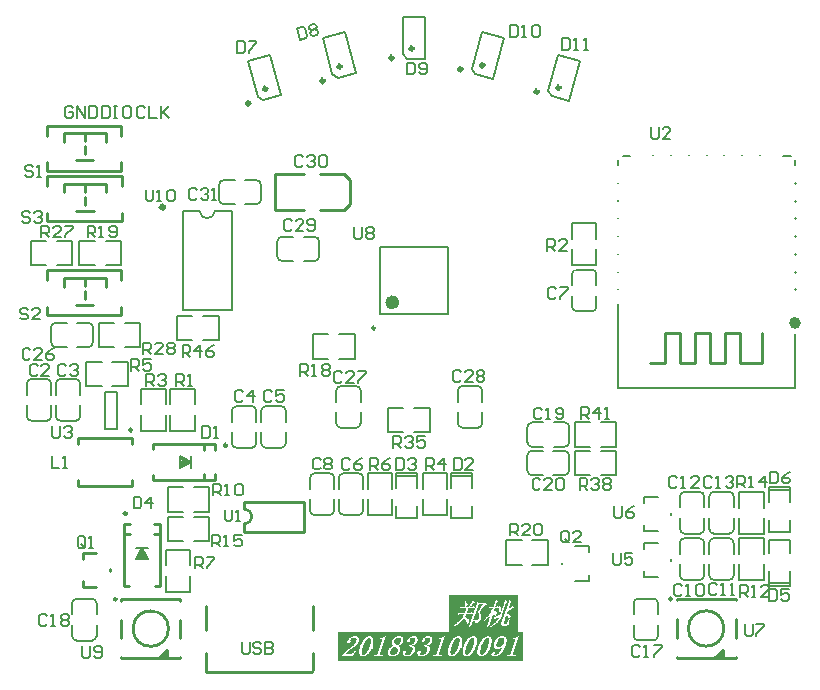
<source format=gto>
G04*
G04 #@! TF.GenerationSoftware,Altium Limited,Altium Designer,18.1.9 (240)*
G04*
G04 Layer_Color=65535*
%FSLAX25Y25*%
%MOIN*%
G70*
G01*
G75*
%ADD10C,0.00984*%
%ADD11C,0.02362*%
%ADD12C,0.01000*%
%ADD13C,0.00787*%
%ADD14C,0.01500*%
%ADD15C,0.01181*%
%ADD16C,0.01968*%
%ADD17C,0.00800*%
%ADD18C,0.00598*%
%ADD19C,0.00600*%
%ADD20C,0.00591*%
G36*
X30308Y4431D02*
Y2069D01*
X29915Y1675D01*
X27553D01*
X30308Y4431D01*
D02*
G37*
G36*
X215433Y4488D02*
Y2125D01*
X215039Y1732D01*
X212677D01*
X215433Y4488D01*
D02*
G37*
G36*
X147379Y10562D02*
X149043D01*
Y738D01*
X87074D01*
Y10562D01*
X124091D01*
Y22609D01*
X147379D01*
Y10562D01*
D02*
G37*
%LPC*%
G36*
X136331Y20389D02*
X136236Y20317D01*
X135821Y19998D01*
X134236D01*
X133698Y20353D01*
X133598Y20025D01*
X133507Y19734D01*
X133462Y19597D01*
X133425Y19469D01*
X133389Y19351D01*
X133352Y19242D01*
X133325Y19150D01*
X133298Y19059D01*
X133270Y18986D01*
X133252Y18932D01*
X133234Y18877D01*
X133225Y18841D01*
X133216Y18823D01*
Y18813D01*
X132366Y16313D01*
X132368Y16308D01*
X132364D01*
X130902Y12008D01*
X125591D01*
X135921D01*
D01*
X130902D01*
X131703Y12354D01*
X134163Y19588D01*
X135657D01*
X133926Y17137D01*
X134017Y16946D01*
X134090Y16764D01*
X134145Y16591D01*
X134200Y16436D01*
X134236Y16299D01*
X134263Y16162D01*
X134291Y16053D01*
X134309Y15944D01*
X134318Y15853D01*
Y15780D01*
Y15707D01*
Y15652D01*
Y15616D01*
X134309Y15588D01*
Y15570D01*
Y15561D01*
X134272Y15388D01*
X134236Y15242D01*
X134200Y15124D01*
X134181Y15024D01*
X134154Y14951D01*
X134136Y14896D01*
X134127Y14869D01*
Y14860D01*
X134081Y14732D01*
X134026Y14632D01*
X133972Y14559D01*
X133926Y14504D01*
X133881Y14468D01*
X133844Y14441D01*
X133826Y14432D01*
X133817D01*
X133744Y14413D01*
X133671Y14404D01*
X133516Y14395D01*
X133452Y14386D01*
X133216D01*
X133061Y14395D01*
X132906Y14404D01*
X132760Y14413D01*
X132633D01*
X132532Y14422D01*
X132496Y14432D01*
X132441D01*
X132323Y14104D01*
X132478Y14058D01*
X132614Y14003D01*
X132724Y13949D01*
X132815Y13885D01*
X132888Y13821D01*
X132951Y13757D01*
X132988Y13694D01*
X133024Y13630D01*
X133043Y13575D01*
X133052Y13511D01*
X133061Y13420D01*
X133052Y13384D01*
Y13356D01*
X133043Y13338D01*
Y13329D01*
X133216Y13366D01*
X133370Y13411D01*
X133516Y13457D01*
X133653Y13511D01*
X133771Y13557D01*
X133881Y13612D01*
X133972Y13657D01*
X134054Y13703D01*
X134127Y13748D01*
X134190Y13794D01*
X134245Y13830D01*
X134282Y13867D01*
X134318Y13894D01*
X134336Y13912D01*
X134354Y13930D01*
X134482Y14085D01*
X134591Y14240D01*
X134682Y14395D01*
X134755Y14532D01*
X134810Y14650D01*
X134855Y14741D01*
X134864Y14778D01*
X134874Y14805D01*
X134883Y14814D01*
Y14823D01*
X134919Y14942D01*
X134947Y15069D01*
X134983Y15197D01*
X135001Y15324D01*
X135019Y15434D01*
X135038Y15516D01*
Y15552D01*
X135047Y15579D01*
Y15588D01*
Y15598D01*
Y15698D01*
X135038Y15798D01*
X135010Y15916D01*
X134965Y16044D01*
X134919Y16172D01*
X134855Y16308D01*
X134728Y16563D01*
X134664Y16682D01*
X134600Y16800D01*
X134537Y16900D01*
X134482Y16991D01*
X134436Y17073D01*
X134400Y17128D01*
X134373Y17165D01*
X134363Y17174D01*
X134591Y17447D01*
X134819Y17711D01*
X135038Y17966D01*
X135238Y18194D01*
X135329Y18294D01*
X135411Y18385D01*
X135475Y18467D01*
X135539Y18540D01*
X135593Y18595D01*
X135630Y18631D01*
X135648Y18658D01*
X135657Y18668D01*
X135785Y18804D01*
X135903Y18932D01*
X135921Y18949D01*
D01*
X136012Y19032D01*
X136021Y19041D01*
X136131Y19141D01*
X136240Y19232D01*
X136340Y19305D01*
X136422Y19369D01*
X136513Y19424D01*
X136586Y19469D01*
X136650Y19506D01*
X136705Y19542D01*
X136750Y19560D01*
X136796Y19579D01*
X136823Y19588D01*
X136832Y19597D01*
X136841D01*
X136718Y19788D01*
X136331Y20389D01*
D02*
G37*
G36*
X129626Y20763D02*
X129408Y20599D01*
X129481Y20317D01*
X129526Y20062D01*
X129553Y19843D01*
X129562Y19752D01*
Y19661D01*
Y19588D01*
Y19515D01*
Y19460D01*
X129553Y19415D01*
Y19369D01*
X129544Y19342D01*
Y19333D01*
Y19324D01*
X129526Y19242D01*
X129517Y19178D01*
Y19114D01*
Y19059D01*
X129544Y18977D01*
X129572Y18923D01*
X129608Y18895D01*
X129645Y18877D01*
X129672Y18868D01*
X129681D01*
X129717Y18877D01*
X129772Y18895D01*
X129827Y18932D01*
X129891Y18968D01*
X129945Y19005D01*
X129991Y19041D01*
X130027Y19059D01*
X130036Y19069D01*
X130136Y19150D01*
X130218Y19242D01*
X130282Y19333D01*
X130337Y19424D01*
X130364Y19506D01*
X130392Y19570D01*
X130410Y19615D01*
Y19633D01*
X130419Y19706D01*
X130401Y19788D01*
X130364Y19870D01*
X130319Y19961D01*
X130264Y20062D01*
X130200Y20153D01*
X130045Y20335D01*
X129900Y20499D01*
X129827Y20572D01*
X129763Y20635D01*
X129708Y20690D01*
X129663Y20727D01*
X129635Y20754D01*
X129626Y20763D01*
D02*
G37*
G36*
X141287Y19069D02*
X141005Y18986D01*
X140996Y18795D01*
Y18613D01*
X140986Y18449D01*
X140968Y18285D01*
X140959Y18148D01*
X140941Y18012D01*
X140932Y17893D01*
X140914Y17784D01*
X140904Y17693D01*
X140886Y17602D01*
X140877Y17538D01*
X140868Y17474D01*
X140859Y17429D01*
X140850Y17401D01*
X140841Y17383D01*
Y17374D01*
X140813Y17292D01*
X140795Y17219D01*
X140786Y17155D01*
X140777Y17101D01*
X140786Y17019D01*
X140804Y16964D01*
X140832Y16928D01*
X140868Y16909D01*
X140886Y16900D01*
X140895D01*
X140941Y16909D01*
X141005Y16937D01*
X141077Y16973D01*
X141150Y17019D01*
X141214Y17064D01*
X141269Y17101D01*
X141314Y17128D01*
X141323Y17137D01*
X141433Y17237D01*
X141515Y17338D01*
X141579Y17447D01*
X141633Y17547D01*
X141661Y17638D01*
X141688Y17711D01*
X141697Y17757D01*
Y17775D01*
X141706Y17857D01*
X141697Y17948D01*
X141679Y18039D01*
X141661Y18148D01*
X141588Y18358D01*
X141515Y18577D01*
X141433Y18768D01*
X141396Y18850D01*
X141360Y18923D01*
X141333Y18986D01*
X141305Y19032D01*
X141296Y19059D01*
X141287Y19069D01*
D02*
G37*
G36*
X145879Y21109D02*
X135921D01*
D01*
X139766D01*
X139684Y20845D01*
X139602Y20599D01*
X139529Y20362D01*
X139456Y20134D01*
X139392Y19925D01*
X139328Y19734D01*
X139274Y19551D01*
X139219Y19397D01*
X139174Y19251D01*
X139128Y19123D01*
X139092Y19005D01*
X139064Y18914D01*
X139037Y18841D01*
X139028Y18795D01*
X139010Y18759D01*
Y18750D01*
X137497D01*
X137698Y18258D01*
X138117Y18340D01*
X138864D01*
X138627Y17930D01*
X138381Y17538D01*
X138135Y17155D01*
X137889Y16782D01*
X137634Y16436D01*
X137397Y16099D01*
X137160Y15798D01*
X136933Y15507D01*
X136723Y15251D01*
X136532Y15014D01*
X136359Y14814D01*
X136213Y14650D01*
X136085Y14514D01*
X136047Y14468D01*
X136040Y14459D01*
X135994Y14413D01*
X135967Y14377D01*
X135940Y14349D01*
X135930Y14340D01*
X135921Y14331D01*
X136103Y14186D01*
D01*
D01*
D01*
X136125Y14204D01*
D01*
D01*
D01*
X136169Y14240D01*
D01*
X136190Y14258D01*
X136223Y14286D01*
D01*
X136234Y14295D01*
X136277Y14331D01*
D01*
X136288Y14340D01*
D01*
D01*
X136299Y14349D01*
D01*
D01*
X136310Y14359D01*
X136331Y14377D01*
D01*
D01*
X136550Y14568D01*
X136759Y14760D01*
X136841Y14841D01*
X136960Y14960D01*
X137142Y15160D01*
X137315Y15352D01*
X137479Y15534D01*
X137634Y15707D01*
X137761Y15871D01*
X137889Y16017D01*
X137989Y16153D01*
X138071Y16272D01*
X138144Y16363D01*
X138199Y16436D01*
X138226Y16472D01*
X138235Y16490D01*
X137962Y15680D01*
X137825Y15279D01*
X137689Y14878D01*
X137552Y14495D01*
X137424Y14122D01*
X137297Y13767D01*
X137188Y13439D01*
X137078Y13138D01*
X136978Y12855D01*
X136896Y12609D01*
X136851Y12500D01*
X136841Y12470D01*
X136823Y12409D01*
D01*
X136787Y12318D01*
X136759Y12236D01*
X136732Y12172D01*
X136714Y12109D01*
X136696Y12072D01*
X136687Y12036D01*
X136677Y12017D01*
Y12008D01*
D01*
D01*
D01*
X136841Y12059D01*
X137525Y12272D01*
X137607Y12518D01*
X137670Y12746D01*
X137743Y12956D01*
X137807Y13147D01*
X137862Y13320D01*
X137916Y13484D01*
X137962Y13630D01*
X137998Y13748D01*
X138035Y13867D01*
X138071Y13958D01*
X138090Y14040D01*
X138117Y14104D01*
X138135Y14149D01*
X138144Y14186D01*
X138153Y14204D01*
Y14213D01*
X139174Y17201D01*
X139228Y17046D01*
X139274Y16882D01*
X139310Y16736D01*
X139338Y16591D01*
X139365Y16472D01*
X139374Y16372D01*
Y16335D01*
X139383Y16308D01*
Y16299D01*
Y16290D01*
X139392Y16208D01*
X139401Y16144D01*
X139410Y16080D01*
X139429Y16035D01*
X139465Y15953D01*
X139502Y15898D01*
X139538Y15871D01*
X139565Y15853D01*
X139584Y15844D01*
X139593D01*
X139638Y15853D01*
X139684Y15889D01*
X139738Y15926D01*
X139793Y15980D01*
X139839Y16026D01*
X139875Y16071D01*
X139902Y16099D01*
X139911Y16108D01*
X139984Y16208D01*
X140048Y16290D01*
X140094Y16354D01*
X140130Y16418D01*
X140148Y16463D01*
X140167Y16490D01*
X140176Y16509D01*
Y16518D01*
X140194Y16609D01*
Y16700D01*
X140185Y16791D01*
X140157Y16864D01*
X140121Y16928D01*
X140094Y16973D01*
X140076Y17010D01*
X140066Y17019D01*
X139975Y17110D01*
X139857Y17201D01*
X139729Y17292D01*
X139602Y17374D01*
X139483Y17447D01*
X139383Y17502D01*
X139347Y17520D01*
X139319Y17538D01*
X139301Y17547D01*
X139292D01*
X139556Y18340D01*
X140914D01*
X140485Y19141D01*
X139930Y18750D01*
X139702D01*
X140212Y20271D01*
X140704Y20599D01*
X139766Y21109D01*
X145879D01*
D02*
G37*
G36*
X144266Y21027D02*
X144166Y20699D01*
X144075Y20399D01*
X143984Y20116D01*
X143947Y19989D01*
X143911Y19870D01*
X143874Y19770D01*
X143838Y19670D01*
X143810Y19588D01*
X143792Y19515D01*
X143774Y19460D01*
X143756Y19424D01*
X143747Y19397D01*
Y19387D01*
X141670Y13274D01*
X141624Y13138D01*
X141606Y13020D01*
Y12919D01*
X141633Y12837D01*
X141670Y12764D01*
X141724Y12701D01*
X141788Y12655D01*
X141852Y12619D01*
X141998Y12564D01*
X142134Y12546D01*
X142189Y12537D01*
X143328D01*
X143446Y12546D01*
X143565Y12564D01*
X143674Y12591D01*
X143783Y12637D01*
X143965Y12737D01*
X144129Y12855D01*
X144257Y12974D01*
X144348Y13074D01*
X144385Y13120D01*
X144412Y13147D01*
X144421Y13165D01*
X144430Y13174D01*
X144330Y13229D01*
X144266Y13311D01*
X144220Y13393D01*
X144193Y13475D01*
X144184Y13557D01*
Y13621D01*
Y13666D01*
Y13684D01*
X144211Y13839D01*
X144257Y14013D01*
X144302Y14186D01*
X144348Y14349D01*
X144394Y14495D01*
X144412Y14559D01*
X144430Y14614D01*
X144448Y14659D01*
X144457Y14696D01*
X144466Y14714D01*
Y14723D01*
X144120D01*
X144029Y14468D01*
X143947Y14240D01*
X143865Y14049D01*
X143801Y13885D01*
X143747Y13757D01*
X143719Y13703D01*
X143701Y13657D01*
X143683Y13630D01*
X143674Y13602D01*
X143665Y13593D01*
Y13584D01*
X143628Y13511D01*
X143583Y13448D01*
X143501Y13347D01*
X143428Y13274D01*
X143355Y13229D01*
X143291Y13193D01*
X143246Y13183D01*
X143209Y13174D01*
X142581D01*
X142526Y13193D01*
X142490Y13211D01*
X142462Y13229D01*
X142426Y13293D01*
X142417Y13366D01*
Y13429D01*
X142435Y13493D01*
X142444Y13530D01*
X142453Y13548D01*
X143346Y16190D01*
X143519Y16007D01*
X143656Y15825D01*
X143774Y15661D01*
X143856Y15516D01*
X143920Y15388D01*
X143965Y15297D01*
X143984Y15260D01*
X143993Y15233D01*
X144002Y15224D01*
Y15215D01*
X144029Y15115D01*
X144075Y15033D01*
X144111Y14978D01*
X144157Y14942D01*
X144193Y14923D01*
X144220Y14914D01*
X144239Y14905D01*
X144248D01*
X144284Y14914D01*
X144321Y14923D01*
X144394Y14969D01*
X144466Y15042D01*
X144530Y15124D01*
X144585Y15197D01*
X144630Y15270D01*
X144658Y15315D01*
X144667Y15333D01*
X144703Y15415D01*
X144731Y15488D01*
X144740Y15561D01*
X144749Y15625D01*
X144740Y15743D01*
X144712Y15853D01*
X144667Y15935D01*
X144630Y15989D01*
X144594Y16035D01*
X144585Y16044D01*
X144521Y16099D01*
X144448Y16153D01*
X144284Y16253D01*
X144102Y16345D01*
X143920Y16427D01*
X143756Y16490D01*
X143674Y16518D01*
X143610Y16536D01*
X143555Y16554D01*
X143519Y16572D01*
X143492Y16581D01*
X143483D01*
X143701Y17228D01*
X144002Y17438D01*
X144275Y17620D01*
X144521Y17775D01*
X144749Y17921D01*
X144949Y18048D01*
X145122Y18148D01*
X145277Y18239D01*
X145414Y18322D01*
X145532Y18376D01*
X145633Y18431D01*
X145705Y18467D01*
X145769Y18495D01*
X145824Y18522D01*
X145851Y18531D01*
X145869Y18540D01*
X145879D01*
X145396Y19296D01*
X145296Y19160D01*
X145177Y19023D01*
X144931Y18731D01*
X144676Y18449D01*
X144421Y18185D01*
X144302Y18066D01*
X144184Y17957D01*
X144084Y17857D01*
X144002Y17766D01*
X143929Y17702D01*
X143874Y17647D01*
X143838Y17611D01*
X143829Y17602D01*
X144740Y20271D01*
X145177Y20562D01*
X144266Y21027D01*
D02*
G37*
G36*
X135921Y20881D02*
X125591D01*
X132132D01*
X132004Y20663D01*
X131876Y20453D01*
X131767Y20271D01*
X131658Y20107D01*
X131576Y19970D01*
X131539Y19916D01*
X131503Y19870D01*
X131485Y19834D01*
X131466Y19806D01*
X131448Y19797D01*
Y19788D01*
X131321Y19606D01*
X131202Y19433D01*
X131084Y19260D01*
X130975Y19114D01*
X130884Y18986D01*
X130811Y18886D01*
X130783Y18850D01*
X130765Y18823D01*
X130756Y18804D01*
X130747Y18795D01*
X128005D01*
X128232Y18267D01*
X128415Y18303D01*
X128569Y18340D01*
X128697Y18358D01*
X128815Y18367D01*
X128898Y18376D01*
X128961Y18385D01*
X130009D01*
X129945Y18194D01*
X129881Y18012D01*
X129827Y17839D01*
X129763Y17675D01*
X129717Y17529D01*
X129663Y17392D01*
X129617Y17265D01*
X129581Y17155D01*
X129544Y17055D01*
X129508Y16964D01*
X129481Y16891D01*
X129462Y16827D01*
X129444Y16782D01*
X129426Y16745D01*
X129417Y16727D01*
Y16718D01*
X127112D01*
X127340Y16190D01*
X127522Y16226D01*
X127695Y16263D01*
X127850Y16281D01*
X127977Y16290D01*
X128087Y16299D01*
X128169Y16308D01*
X129235D01*
X129134Y16108D01*
X129034Y15907D01*
X128797Y15516D01*
X128533Y15142D01*
X128251Y14787D01*
X127959Y14450D01*
X127649Y14131D01*
X127349Y13839D01*
X127048Y13566D01*
X126757Y13320D01*
X126483Y13111D01*
X126237Y12919D01*
X126128Y12837D01*
X126019Y12764D01*
X125928Y12701D01*
X125846Y12637D01*
X125773Y12591D01*
X125709Y12546D01*
X125654Y12518D01*
X125618Y12491D01*
X125600Y12482D01*
X125591Y12473D01*
X125654Y12245D01*
X126064Y12445D01*
X126456Y12655D01*
X126830Y12874D01*
X127176Y13111D01*
X127495Y13347D01*
X127786Y13584D01*
X128059Y13821D01*
X128305Y14040D01*
X128524Y14258D01*
X128715Y14459D01*
X128879Y14632D01*
X129016Y14787D01*
X129125Y14914D01*
X129198Y15014D01*
X129225Y15051D01*
X129244Y15078D01*
X129262Y15087D01*
Y15097D01*
X129462Y14805D01*
X129562Y14668D01*
X129645Y14550D01*
X129708Y14441D01*
X129763Y14359D01*
X129799Y14304D01*
X129808Y14295D01*
Y14286D01*
X129900Y14122D01*
X129982Y13967D01*
X130045Y13821D01*
X130091Y13684D01*
X130136Y13575D01*
X130164Y13484D01*
X130173Y13429D01*
X130182Y13420D01*
Y13411D01*
X130209Y13293D01*
X130246Y13211D01*
X130282Y13147D01*
X130319Y13111D01*
X130355Y13083D01*
X130392Y13074D01*
X130410Y13065D01*
X130419D01*
X130473Y13074D01*
X130528Y13111D01*
X130583Y13147D01*
X130638Y13202D01*
X130683Y13247D01*
X130719Y13293D01*
X130738Y13320D01*
X130747Y13329D01*
X130811Y13429D01*
X130865Y13511D01*
X130902Y13584D01*
X130938Y13648D01*
X130956Y13703D01*
X130975Y13739D01*
X130984Y13757D01*
Y13767D01*
X131011Y13885D01*
X131020Y14003D01*
X131011Y14113D01*
X131002Y14204D01*
X130975Y14286D01*
X130956Y14340D01*
X130938Y14386D01*
X130929Y14395D01*
X130884Y14459D01*
X130820Y14532D01*
X130738Y14605D01*
X130638Y14687D01*
X130519Y14778D01*
X130401Y14860D01*
X130146Y15033D01*
X129891Y15188D01*
X129781Y15251D01*
X129681Y15315D01*
X129590Y15361D01*
X129526Y15406D01*
X129490Y15425D01*
X129471Y15434D01*
X129562Y15598D01*
X129654Y15753D01*
X129736Y15898D01*
X129808Y16035D01*
X129863Y16144D01*
X129909Y16235D01*
X129936Y16290D01*
X129945Y16299D01*
Y16308D01*
X132364D01*
X132366Y16313D01*
X131867Y17219D01*
X131129Y16718D01*
X130136D01*
X130264Y17019D01*
X130382Y17310D01*
X130492Y17593D01*
X130537Y17729D01*
X130583Y17848D01*
X130628Y17966D01*
X130665Y18066D01*
X130692Y18158D01*
X130719Y18239D01*
X130747Y18303D01*
X130765Y18349D01*
X130774Y18376D01*
Y18385D01*
X132888D01*
X132459Y19296D01*
X131795Y18795D01*
X131111D01*
X131330Y18996D01*
X131558Y19205D01*
X131776Y19415D01*
X131986Y19615D01*
X132086Y19706D01*
X132177Y19788D01*
X132250Y19870D01*
X132323Y19934D01*
X132378Y19989D01*
X132414Y20025D01*
X132441Y20052D01*
X132450Y20062D01*
X132851Y20271D01*
X132132Y20881D01*
X135921D01*
D01*
D02*
G37*
G36*
X142881Y20954D02*
X142772Y20626D01*
X142663Y20271D01*
X142544Y19907D01*
X142417Y19524D01*
X142162Y18750D01*
X142034Y18376D01*
X141916Y18012D01*
X141797Y17666D01*
X141697Y17356D01*
X141642Y17210D01*
X141597Y17064D01*
X141551Y16937D01*
X141515Y16818D01*
X141478Y16709D01*
X141442Y16618D01*
X141415Y16536D01*
X141396Y16463D01*
X141378Y16408D01*
X141360Y16372D01*
X141351Y16345D01*
Y16335D01*
X141105Y16208D01*
X140859Y16080D01*
X140640Y15971D01*
X140422Y15862D01*
X140221Y15771D01*
X140039Y15680D01*
X139866Y15607D01*
X139711Y15534D01*
X139574Y15470D01*
X139456Y15415D01*
X139347Y15370D01*
X139265Y15333D01*
X139192Y15306D01*
X139137Y15288D01*
X139110Y15270D01*
X139101D01*
X139456Y14532D01*
X139547Y14623D01*
X139656Y14723D01*
X139784Y14832D01*
X139921Y14942D01*
X140212Y15179D01*
X140504Y15415D01*
X140649Y15525D01*
X140786Y15625D01*
X140904Y15716D01*
X141014Y15798D01*
X141096Y15871D01*
X141169Y15916D01*
X141205Y15953D01*
X141223Y15962D01*
X141141Y15753D01*
X141041Y15543D01*
X140832Y15142D01*
X140595Y14769D01*
X140331Y14422D01*
X140057Y14094D01*
X139775Y13794D01*
X139492Y13521D01*
X139210Y13274D01*
X138937Y13047D01*
X138682Y12855D01*
X138445Y12691D01*
X138244Y12555D01*
X138153Y12500D01*
X138071Y12445D01*
X138007Y12409D01*
X137944Y12373D01*
X137898Y12345D01*
X137862Y12327D01*
X137844Y12309D01*
X137834D01*
X137944Y12090D01*
X138226Y12209D01*
X138499Y12345D01*
X138764Y12482D01*
X139010Y12619D01*
X139246Y12774D01*
X139474Y12919D01*
X139684Y13074D01*
X139884Y13238D01*
X140076Y13393D01*
X140249Y13557D01*
X140422Y13721D01*
X140577Y13885D01*
X140722Y14049D01*
X140859Y14204D01*
X140986Y14368D01*
X141105Y14523D01*
X141214Y14668D01*
X141314Y14814D01*
X141488Y15097D01*
X141633Y15352D01*
X141688Y15461D01*
X141743Y15570D01*
X141788Y15661D01*
X141825Y15743D01*
X141861Y15816D01*
X141879Y15880D01*
X141897Y15935D01*
X141916Y15971D01*
X141925Y15989D01*
Y15998D01*
X143328Y20125D01*
X143783Y20453D01*
X142881Y20954D01*
D02*
G37*
G36*
X138378Y9025D02*
X137777D01*
X138378D01*
D01*
D02*
G37*
G36*
X132347D02*
X132311D01*
D01*
X128767D01*
X132311D01*
X132138Y9016D01*
X131965Y8989D01*
X131800Y8943D01*
X131637Y8879D01*
X131473Y8807D01*
X131327Y8725D01*
X131181Y8643D01*
X131053Y8561D01*
X130926Y8469D01*
X130817Y8388D01*
X130726Y8305D01*
X130644Y8233D01*
X130580Y8178D01*
X130525Y8123D01*
X130498Y8096D01*
X130489Y8087D01*
X130325Y7905D01*
X130179Y7713D01*
X130033Y7513D01*
X129896Y7312D01*
X129778Y7103D01*
X129660Y6903D01*
X129560Y6711D01*
X129468Y6520D01*
X129386Y6338D01*
X129314Y6174D01*
X129250Y6028D01*
X129195Y5900D01*
X129159Y5800D01*
X129131Y5718D01*
X129113Y5673D01*
X129104Y5655D01*
X129013Y5363D01*
X128940Y5081D01*
X128876Y4816D01*
X128831Y4580D01*
X128794Y4352D01*
X128776Y4142D01*
X128767Y3951D01*
Y3632D01*
X128776Y3505D01*
X128785Y3386D01*
X128794Y3295D01*
X128812Y3222D01*
X128822Y3177D01*
X128831Y3140D01*
Y3131D01*
X128894Y2976D01*
X128958Y2840D01*
X129040Y2721D01*
X129131Y2612D01*
X129222Y2530D01*
X129323Y2457D01*
X129423Y2393D01*
X129523Y2348D01*
X129614Y2311D01*
X129705Y2284D01*
X129787Y2266D01*
X129851Y2256D01*
X129915Y2247D01*
X129960Y2238D01*
X128767D01*
X133513D01*
Y7622D01*
X133504Y7759D01*
X133495Y7868D01*
X133486Y7959D01*
X133468Y8032D01*
X133458Y8078D01*
X133449Y8114D01*
Y8123D01*
X133395Y8278D01*
X133331Y8424D01*
X133249Y8542D01*
X133167Y8643D01*
X133076Y8734D01*
X132976Y8807D01*
X132885Y8861D01*
X132784Y8916D01*
X132693Y8952D01*
X132602Y8980D01*
X132520Y8998D01*
X132456Y9007D01*
X132393Y9016D01*
X132347Y9025D01*
D02*
G37*
G36*
X99014Y9025D02*
X97850D01*
X99014D01*
D01*
D02*
G37*
G36*
X128585Y9025D02*
X123838D01*
D01*
X127382D01*
X127209Y9016D01*
X127036Y8989D01*
X126872Y8943D01*
X126708Y8879D01*
X126544Y8807D01*
X126398Y8725D01*
X126252Y8643D01*
X126125Y8561D01*
X125997Y8469D01*
X125888Y8388D01*
X125797Y8305D01*
X125715Y8233D01*
X125651Y8178D01*
X125597Y8123D01*
X125569Y8096D01*
X125560Y8087D01*
X125396Y7905D01*
X125250Y7713D01*
X125105Y7513D01*
X124968Y7312D01*
X124850Y7103D01*
X124731Y6903D01*
X124631Y6711D01*
X124540Y6520D01*
X124458Y6338D01*
X124385Y6174D01*
X124321Y6028D01*
X124267Y5900D01*
X124230Y5800D01*
X124203Y5718D01*
X124185Y5673D01*
X124176Y5655D01*
X124084Y5363D01*
X124012Y5081D01*
X123948Y4816D01*
X123902Y4580D01*
X123866Y4352D01*
X123847Y4142D01*
X123838Y3951D01*
Y3632D01*
X123847Y3505D01*
X123857Y3386D01*
X123866Y3295D01*
X123884Y3222D01*
X123893Y3177D01*
X123902Y3140D01*
Y3131D01*
X123966Y2976D01*
X124030Y2840D01*
X124112Y2721D01*
X124203Y2612D01*
X124294Y2530D01*
X124394Y2457D01*
X124494Y2393D01*
X124594Y2348D01*
X124686Y2311D01*
X124777Y2284D01*
X124859Y2266D01*
X124923Y2256D01*
X124986Y2247D01*
X125032Y2238D01*
X125068D01*
X125232Y2247D01*
X125396Y2275D01*
X125560Y2320D01*
X125715Y2384D01*
X125870Y2448D01*
X126016Y2530D01*
X126152Y2612D01*
X126280Y2703D01*
X126398Y2785D01*
X126508Y2867D01*
X126608Y2949D01*
X126681Y3013D01*
X126744Y3076D01*
X126799Y3122D01*
X126827Y3149D01*
X126836Y3158D01*
X126999Y3341D01*
X127154Y3532D01*
X127291Y3732D01*
X127428Y3933D01*
X127555Y4142D01*
X127674Y4352D01*
X127783Y4552D01*
X127874Y4753D01*
X127965Y4935D01*
X128038Y5108D01*
X128102Y5263D01*
X128156Y5390D01*
X128202Y5500D01*
X128229Y5582D01*
X128248Y5636D01*
X128257Y5655D01*
X128348Y5937D01*
X128421Y6210D01*
X128475Y6465D01*
X128521Y6702D01*
X128548Y6921D01*
X128576Y7121D01*
X128585Y7312D01*
Y2748D01*
Y7622D01*
X128576Y7759D01*
X128567Y7868D01*
X128557Y7959D01*
X128539Y8032D01*
X128530Y8078D01*
X128521Y8114D01*
Y8123D01*
X128466Y8278D01*
X128402Y8424D01*
X128321Y8542D01*
X128238Y8643D01*
X128147Y8734D01*
X128047Y8807D01*
X127956Y8861D01*
X127856Y8916D01*
X127765Y8952D01*
X127674Y8980D01*
X127592Y8998D01*
X127528Y9007D01*
X127464Y9016D01*
X127419Y9025D01*
X128585D01*
D01*
D02*
G37*
G36*
X142095D02*
X142049D01*
X141876Y9016D01*
X141703Y8998D01*
X141539Y8970D01*
X141384Y8925D01*
X141238Y8879D01*
X141093Y8825D01*
X140965Y8770D01*
X140847Y8706D01*
X140737Y8652D01*
X140646Y8588D01*
X140564Y8533D01*
X140491Y8488D01*
X140437Y8442D01*
X140400Y8415D01*
X140373Y8397D01*
X140364Y8388D01*
X140236Y8269D01*
X140109Y8141D01*
X139999Y8005D01*
X139890Y7877D01*
X139708Y7613D01*
X139571Y7367D01*
X139508Y7249D01*
X139453Y7148D01*
X139417Y7057D01*
X139380Y6975D01*
X139353Y6912D01*
X139334Y6866D01*
X139316Y6830D01*
Y6821D01*
X139252Y6620D01*
X139207Y6438D01*
X139171Y6265D01*
X139152Y6101D01*
X139134Y5964D01*
Y5828D01*
Y5709D01*
X139143Y5609D01*
X139161Y5518D01*
X139171Y5436D01*
X139189Y5363D01*
X139207Y5317D01*
X139225Y5272D01*
X139243Y5244D01*
X139252Y5226D01*
Y5217D01*
X139316Y5135D01*
X139389Y5053D01*
X139471Y4989D01*
X139553Y4935D01*
X139744Y4844D01*
X139927Y4789D01*
X140091Y4753D01*
X140173Y4744D01*
X140236Y4734D01*
X140291Y4725D01*
X140364D01*
X140583Y4744D01*
X140783Y4780D01*
X140974Y4826D01*
X141138Y4889D01*
X141275Y4944D01*
X141330Y4971D01*
X141375Y4999D01*
X141412Y5017D01*
X141439Y5035D01*
X141457Y5044D01*
X141466D01*
X141639Y5172D01*
X141785Y5290D01*
X141903Y5418D01*
X141985Y5527D01*
X142049Y5627D01*
X142091Y5694D01*
X142004Y5472D01*
X141885Y5199D01*
X141767Y4944D01*
X141657Y4716D01*
X141548Y4498D01*
X141439Y4306D01*
X141339Y4133D01*
X141248Y3978D01*
X141166Y3842D01*
X141084Y3732D01*
X141020Y3632D01*
X140956Y3550D01*
X140910Y3495D01*
X140874Y3450D01*
X140856Y3422D01*
X140847Y3413D01*
X140728Y3286D01*
X140610Y3177D01*
X140491Y3076D01*
X140382Y2994D01*
X140273Y2931D01*
X140173Y2867D01*
X140072Y2821D01*
X139981Y2785D01*
X139899Y2757D01*
X139826Y2730D01*
X139763Y2712D01*
X139708Y2703D01*
X139662D01*
X139626Y2694D01*
X139526D01*
X139471Y2703D01*
X139426D01*
X139389Y2721D01*
X139362Y2730D01*
X139344Y2739D01*
X139334Y2757D01*
Y2794D01*
X139325Y2821D01*
Y2830D01*
X139334Y2903D01*
X139353Y2967D01*
X139362Y3031D01*
X139371Y3040D01*
Y3049D01*
X139398Y3140D01*
X139417Y3222D01*
X139426Y3304D01*
Y3368D01*
X139435Y3422D01*
X139426Y3468D01*
Y3495D01*
Y3505D01*
X139407Y3577D01*
X139371Y3623D01*
X139316Y3659D01*
X139262Y3687D01*
X139207Y3705D01*
X139161Y3714D01*
X139116D01*
X139016Y3705D01*
X138925Y3687D01*
X138843Y3650D01*
X138779Y3623D01*
X138724Y3587D01*
X138688Y3550D01*
X138660Y3532D01*
X138651Y3523D01*
X138587Y3459D01*
X138542Y3395D01*
X138496Y3331D01*
X138469Y3277D01*
X138442Y3231D01*
X138424Y3195D01*
X138414Y3177D01*
Y3167D01*
X138396Y3086D01*
X138378Y3013D01*
Y2876D01*
X138396Y2757D01*
X138442Y2666D01*
X138478Y2584D01*
X138524Y2530D01*
X138560Y2493D01*
X138569Y2484D01*
X138697Y2402D01*
X138833Y2338D01*
X138970Y2302D01*
X139107Y2266D01*
X139225Y2247D01*
X139316Y2238D01*
X143416D01*
X139407D01*
X139617Y2247D01*
X139826Y2284D01*
X140036Y2338D01*
X140227Y2402D01*
X140419Y2484D01*
X140592Y2575D01*
X140756Y2675D01*
X140910Y2776D01*
X141056Y2867D01*
X141184Y2967D01*
X141293Y3058D01*
X141384Y3140D01*
X141457Y3204D01*
X141512Y3259D01*
X141548Y3295D01*
X141557Y3304D01*
X141739Y3514D01*
X141913Y3732D01*
X142077Y3951D01*
X142232Y4179D01*
X142368Y4406D01*
X142496Y4625D01*
X142614Y4844D01*
X142714Y5053D01*
X142805Y5244D01*
X142887Y5427D01*
X142960Y5582D01*
X143015Y5727D01*
X143061Y5837D01*
X143088Y5919D01*
X143106Y5973D01*
X143115Y5992D01*
X143197Y6256D01*
X143270Y6511D01*
X143325Y6739D01*
X143361Y6957D01*
X143388Y7158D01*
X143407Y7340D01*
D01*
X143416Y7513D01*
Y7659D01*
X143407Y7795D01*
X143398Y7905D01*
X143388Y8005D01*
D01*
X143370Y8087D01*
X143361Y8151D01*
X143343Y8196D01*
X143334Y8224D01*
Y8233D01*
X143270Y8369D01*
X143197Y8497D01*
X143115Y8597D01*
X143015Y8688D01*
X142915Y8770D01*
X142805Y8834D01*
X142696Y8889D01*
X142587Y8925D01*
X142477Y8961D01*
X142377Y8980D01*
X142286Y8998D01*
X142213Y9016D01*
X142140D01*
X142095Y9025D01*
D02*
G37*
G36*
X117480D02*
X103778Y9025D01*
X107668D01*
X107504Y9016D01*
X107340Y9007D01*
X107039Y8952D01*
X106894Y8916D01*
X106766Y8870D01*
X106639Y8825D01*
X106529Y8788D01*
X106429Y8743D01*
X106338Y8697D01*
X106256Y8652D01*
X106192Y8615D01*
X106147Y8588D01*
X106101Y8561D01*
X106083Y8551D01*
X106074Y8542D01*
X105955Y8451D01*
X105837Y8351D01*
X105737Y8260D01*
X105646Y8160D01*
X105491Y7968D01*
X105363Y7786D01*
X105272Y7622D01*
X105236Y7559D01*
X105208Y7495D01*
X105190Y7449D01*
X105172Y7413D01*
X105163Y7395D01*
Y7385D01*
X105108Y7194D01*
X105090Y7012D01*
X105081Y6857D01*
X105090Y6711D01*
X105108Y6602D01*
X105126Y6511D01*
X105136Y6456D01*
X105145Y6447D01*
Y6438D01*
X105218Y6292D01*
X105299Y6174D01*
X105400Y6064D01*
X105491Y5982D01*
X105582Y5910D01*
X105655Y5864D01*
X105710Y5837D01*
X105719Y5828D01*
X105728D01*
X105491Y5718D01*
X105263Y5600D01*
X105063Y5481D01*
X104899Y5363D01*
X104753Y5254D01*
X104698Y5208D01*
X104653Y5172D01*
X104616Y5135D01*
X104589Y5108D01*
X104571Y5099D01*
X104562Y5090D01*
X104388Y4907D01*
X104243Y4716D01*
X104115Y4525D01*
X104015Y4343D01*
X103942Y4188D01*
X103906Y4124D01*
X103887Y4060D01*
X103869Y4015D01*
X103851Y3978D01*
X103842Y3960D01*
Y3951D01*
X103805Y3823D01*
X103787Y3705D01*
X103778Y3587D01*
Y3477D01*
X103805Y3268D01*
X103851Y3095D01*
X103915Y2949D01*
X103942Y2894D01*
X103970Y2840D01*
X103997Y2803D01*
X104015Y2776D01*
X104033Y2757D01*
Y2748D01*
X104115Y2657D01*
X104206Y2584D01*
X104306Y2512D01*
X104407Y2457D01*
X104616Y2366D01*
X104817Y2302D01*
X104999Y2266D01*
X105081Y2256D01*
X105145Y2247D01*
X105199Y2238D01*
X105281D01*
X105454Y2247D01*
X105609Y2256D01*
X105919Y2320D01*
X106201Y2402D01*
X106329Y2448D01*
X106447Y2493D01*
X106548Y2539D01*
X106639Y2584D01*
X106721Y2630D01*
X106794Y2666D01*
X106848Y2703D01*
X106885Y2730D01*
X106912Y2739D01*
X106921Y2748D01*
X107058Y2849D01*
X107176Y2949D01*
X107285Y3058D01*
X107386Y3167D01*
X107477Y3277D01*
X107559Y3386D01*
X107632Y3486D01*
X107695Y3587D01*
X107796Y3760D01*
X107832Y3842D01*
X107859Y3905D01*
X107887Y3960D01*
X107905Y3997D01*
X107914Y4024D01*
Y4033D01*
X107969Y4233D01*
X108005Y4425D01*
X108014Y4598D01*
X108005Y4753D01*
X107987Y4871D01*
X107969Y4971D01*
X107960Y5008D01*
Y5035D01*
X107950Y5044D01*
Y5053D01*
X107878Y5226D01*
X107777Y5372D01*
X107668Y5509D01*
X107559Y5618D01*
X107459Y5709D01*
X107368Y5773D01*
X107331Y5800D01*
X107304Y5818D01*
X107295Y5828D01*
X107285D01*
X107522Y5928D01*
X107732Y6028D01*
X107914Y6137D01*
X108069Y6247D01*
X108196Y6338D01*
X108288Y6411D01*
X108324Y6447D01*
X108351Y6465D01*
X108361Y6483D01*
X108370D01*
X108525Y6638D01*
X108652Y6802D01*
X108761Y6957D01*
X108783Y6994D01*
D01*
X108789Y7003D01*
X108800Y7021D01*
D01*
D01*
D01*
D01*
X108805Y7030D01*
D01*
D01*
D01*
X108810Y7039D01*
D01*
X108816Y7048D01*
X108821Y7057D01*
D01*
D01*
X108827Y7067D01*
D01*
D01*
X108843Y7094D01*
D01*
X108858Y7121D01*
D01*
X108863Y7130D01*
X108873Y7148D01*
D01*
D01*
X108878Y7158D01*
D01*
D01*
X108883Y7167D01*
D01*
D01*
X108888Y7176D01*
D01*
X108892Y7185D01*
X108897Y7194D01*
D01*
X108902Y7203D01*
X108907Y7212D01*
D01*
X108943Y7303D01*
X108962Y7340D01*
X108971Y7367D01*
X108980Y7376D01*
Y7385D01*
X109016Y7513D01*
X109044Y7631D01*
X109053Y7741D01*
X109062Y7850D01*
X109044Y8050D01*
X109021Y8151D01*
X109007Y8214D01*
X108962Y8351D01*
X108934Y8406D01*
X108916Y8460D01*
X108889Y8497D01*
X108880Y8524D01*
X108861Y8533D01*
Y8542D01*
X108789Y8624D01*
X108743Y8670D01*
D01*
X108707Y8706D01*
X108616Y8770D01*
X108525Y8825D01*
X108324Y8907D01*
X108133Y8961D01*
X107950Y8998D01*
X107878Y9007D01*
X107805Y9016D01*
X107750Y9025D01*
X109062D01*
D01*
X112351D01*
X112232Y9007D01*
X111986Y8961D01*
X111758Y8898D01*
X111558Y8834D01*
X111476Y8797D01*
X111394Y8761D01*
X111321Y8725D01*
X111258Y8697D01*
X111212Y8670D01*
X111176Y8652D01*
X111157Y8643D01*
X111148Y8634D01*
X111030Y8561D01*
X110920Y8479D01*
X110829Y8397D01*
X110738Y8315D01*
X110583Y8151D01*
X110474Y7996D01*
X110383Y7859D01*
X110356Y7804D01*
X110328Y7750D01*
X110310Y7704D01*
X110292Y7677D01*
X110283Y7659D01*
Y7650D01*
X110246Y7531D01*
X110237Y7422D01*
X110228Y7340D01*
X110237Y7267D01*
X110255Y7221D01*
X110265Y7185D01*
X110274Y7167D01*
X110283Y7158D01*
X110328Y7112D01*
X110383Y7076D01*
X110429Y7057D01*
X110474Y7039D01*
X110520Y7030D01*
X110556Y7021D01*
X110583D01*
X110674Y7030D01*
X110747Y7048D01*
X110820Y7067D01*
X110875Y7094D01*
X110920Y7121D01*
X110948Y7148D01*
X110966Y7158D01*
X110975Y7167D01*
X111075Y7285D01*
X111148Y7404D01*
X111176Y7458D01*
X111194Y7495D01*
X111203Y7522D01*
Y7531D01*
X111212Y7586D01*
X111221Y7631D01*
X111212Y7713D01*
X111194Y7768D01*
X111185Y7777D01*
Y7786D01*
X111176Y7813D01*
X111185Y7850D01*
X111194Y7905D01*
X111203Y7959D01*
X111221Y8014D01*
X111239Y8050D01*
X111248Y8087D01*
Y8096D01*
X111285Y8178D01*
X111339Y8251D01*
X111403Y8315D01*
X111467Y8360D01*
X111522Y8406D01*
X111576Y8433D01*
X111613Y8442D01*
X111622Y8451D01*
X111731Y8488D01*
X111840Y8524D01*
X111932Y8542D01*
X112014Y8551D01*
X112086Y8561D01*
X112132Y8570D01*
X112278D01*
X112360Y8551D01*
X112515Y8515D01*
X112633Y8451D01*
X112724Y8388D01*
X112788Y8324D01*
X112833Y8260D01*
X112852Y8224D01*
X112861Y8205D01*
X112897Y8069D01*
X112916Y7914D01*
Y7777D01*
X112897Y7641D01*
X112879Y7522D01*
X112861Y7431D01*
X112852Y7395D01*
X112843Y7367D01*
X112833Y7358D01*
Y7349D01*
X112742Y7130D01*
X112642Y6948D01*
X112533Y6784D01*
X112424Y6647D01*
X112332Y6547D01*
X112250Y6474D01*
X112196Y6429D01*
X112187Y6411D01*
X112178D01*
X111995Y6301D01*
X111795Y6219D01*
X111594Y6165D01*
X111394Y6128D01*
X111212Y6101D01*
X111130Y6092D01*
X111066D01*
X111012Y6083D01*
X110930D01*
X110775Y5627D01*
X110957D01*
X111130Y5609D01*
X111276Y5591D01*
X111403Y5563D01*
X111522Y5536D01*
X111622Y5500D01*
X111713Y5472D01*
X111786Y5436D01*
X111850Y5399D01*
X111895Y5363D01*
X111932Y5327D01*
X111968Y5299D01*
X112004Y5254D01*
X112014Y5244D01*
Y5235D01*
X112050Y5162D01*
X112068Y5081D01*
X112096Y4917D01*
Y4744D01*
X112077Y4580D01*
X112050Y4434D01*
X112041Y4379D01*
X112023Y4324D01*
X112014Y4279D01*
X112004Y4242D01*
X111995Y4224D01*
Y4215D01*
X111941Y4069D01*
X111886Y3942D01*
X111831Y3814D01*
X111768Y3696D01*
X111713Y3596D01*
X111649Y3505D01*
X111594Y3413D01*
X111540Y3340D01*
X111485Y3277D01*
X111440Y3213D01*
X111358Y3131D01*
X111303Y3076D01*
X111294Y3067D01*
X111285Y3058D01*
X111112Y2940D01*
X110930Y2849D01*
X110756Y2785D01*
X110583Y2739D01*
X110438Y2712D01*
X110374Y2703D01*
X110319D01*
X110274Y2694D01*
X110210D01*
X110100Y2703D01*
X110000Y2712D01*
X109909Y2730D01*
X109836Y2757D01*
X109773Y2785D01*
X109727Y2803D01*
X109700Y2812D01*
X109691Y2821D01*
X109627Y2876D01*
X109581Y2922D01*
X109563Y2976D01*
X109545Y3022D01*
Y3067D01*
Y3104D01*
X109554Y3122D01*
Y3131D01*
X109590Y3195D01*
X109636Y3268D01*
X109672Y3322D01*
X109691Y3331D01*
Y3340D01*
X109782Y3450D01*
X109845Y3568D01*
X109873Y3623D01*
X109891Y3659D01*
X109900Y3687D01*
Y3696D01*
X109918Y3805D01*
Y3915D01*
X109909Y3960D01*
Y3997D01*
X109900Y4024D01*
Y4033D01*
X109873Y4106D01*
X109827Y4151D01*
X109773Y4188D01*
X109718Y4215D01*
X109663Y4233D01*
X109618Y4242D01*
X109572D01*
X109499Y4233D01*
X109417Y4215D01*
X109344Y4179D01*
X109272Y4142D01*
X109217Y4106D01*
X109171Y4069D01*
X109135Y4051D01*
X109126Y4042D01*
X109062Y3985D01*
D01*
X109044Y3969D01*
D01*
X108971Y3887D01*
X108907Y3805D01*
X108861Y3732D01*
X108834Y3669D01*
X108807Y3623D01*
X108798Y3587D01*
X108789Y3577D01*
X108761Y3477D01*
X108743Y3386D01*
D01*
Y3295D01*
Y3204D01*
X108770Y3049D01*
X108825Y2903D01*
X108880Y2794D01*
X108934Y2712D01*
X108971Y2657D01*
X108989Y2648D01*
Y2639D01*
X109044Y2584D01*
X109062Y2566D01*
X109153Y2512D01*
X109326Y2411D01*
X109518Y2338D01*
X109691Y2293D01*
X109854Y2256D01*
X109918Y2247D01*
X109982D01*
X110028Y2238D01*
X110100D01*
X110283Y2247D01*
X110456Y2266D01*
X110629Y2293D01*
X110784Y2329D01*
X110939Y2375D01*
X111084Y2420D01*
X111212Y2475D01*
X111339Y2530D01*
X111449Y2575D01*
X111540Y2630D01*
X111631Y2675D01*
X111704Y2721D01*
X111758Y2757D01*
X111795Y2785D01*
X111822Y2803D01*
X111831Y2812D01*
X111968Y2922D01*
X112096Y3031D01*
X112205Y3149D01*
X112305Y3259D01*
X112405Y3377D01*
X112487Y3486D01*
X112560Y3596D01*
X112624Y3696D01*
X112679Y3787D01*
X112724Y3869D01*
X112761Y3951D01*
X112788Y4015D01*
X112815Y4069D01*
X112833Y4106D01*
X112843Y4133D01*
Y4142D01*
X112897Y4333D01*
X112925Y4516D01*
X112934Y4689D01*
Y4844D01*
X112916Y4971D01*
X112897Y5071D01*
X112888Y5108D01*
Y5144D01*
X112879Y5153D01*
Y5162D01*
X112843Y5254D01*
X112797Y5345D01*
X112742Y5427D01*
X112679Y5500D01*
X112542Y5627D01*
X112396Y5727D01*
X112250Y5800D01*
X112187Y5837D01*
X112132Y5855D01*
X112077Y5873D01*
X112041Y5891D01*
X112023Y5900D01*
X112014D01*
X112232Y5955D01*
X112433Y6028D01*
X112606Y6119D01*
X112761Y6210D01*
X112888Y6292D01*
X112979Y6365D01*
X113016Y6392D01*
X113043Y6411D01*
X113052Y6429D01*
X113061D01*
X113216Y6593D01*
X113353Y6775D01*
X113462Y6939D01*
X113553Y7103D01*
X113617Y7249D01*
X113644Y7303D01*
X113672Y7358D01*
X113690Y7404D01*
X113696Y7422D01*
X113699Y7431D01*
Y7431D01*
D01*
X113708Y7449D01*
Y7458D01*
D01*
X113735Y7568D01*
X113763Y7668D01*
X113772Y7768D01*
Y7859D01*
X113754Y8041D01*
X113717Y8205D01*
X113701Y8260D01*
X113681Y8333D01*
X113653Y8388D01*
X113635Y8433D01*
X113617Y8479D01*
X113599Y8506D01*
X113590Y8515D01*
Y8524D01*
X113526Y8615D01*
X113453Y8688D01*
X113371Y8761D01*
X113289Y8816D01*
X113098Y8907D01*
X112916Y8961D01*
X112751Y8998D01*
X112670Y9007D01*
X112606Y9016D01*
X112551Y9025D01*
X113672D01*
X117279Y9025D01*
X117161Y9007D01*
X116915Y8961D01*
X116687Y8898D01*
X116487Y8834D01*
X116405Y8797D01*
X116323Y8761D01*
X116250Y8725D01*
X116186Y8697D01*
X116140Y8670D01*
X116104Y8652D01*
X116086Y8643D01*
X116077Y8634D01*
X115958Y8561D01*
X115849Y8479D01*
X115758Y8397D01*
X115667Y8315D01*
X115512Y8151D01*
X115402Y7996D01*
X115311Y7859D01*
X115284Y7804D01*
X115257Y7750D01*
X115238Y7704D01*
X115220Y7677D01*
X115211Y7659D01*
Y7650D01*
X115175Y7531D01*
X115166Y7422D01*
X115156Y7340D01*
X115166Y7267D01*
X115184Y7221D01*
X115193Y7185D01*
X115202Y7167D01*
X115211Y7158D01*
X115257Y7112D01*
X115311Y7076D01*
X115357Y7057D01*
X115402Y7039D01*
X115448Y7030D01*
X115484Y7021D01*
X115512D01*
X115603Y7030D01*
X115676Y7048D01*
X115749Y7067D01*
X115803Y7094D01*
X115849Y7121D01*
X115876Y7148D01*
X115894Y7158D01*
X115904Y7167D01*
X116004Y7285D01*
X116077Y7404D01*
X116104Y7458D01*
X116122Y7495D01*
X116131Y7522D01*
Y7531D01*
X116140Y7586D01*
X116149Y7631D01*
X116140Y7713D01*
X116122Y7768D01*
X116113Y7777D01*
Y7786D01*
X116104Y7813D01*
X116113Y7850D01*
X116122Y7905D01*
X116131Y7959D01*
X116149Y8014D01*
X116168Y8050D01*
X116177Y8087D01*
Y8096D01*
X116213Y8178D01*
X116268Y8251D01*
X116332Y8315D01*
X116395Y8360D01*
X116450Y8406D01*
X116505Y8433D01*
X116541Y8442D01*
X116550Y8451D01*
X116660Y8488D01*
X116769Y8524D01*
X116860Y8542D01*
X116942Y8551D01*
X117015Y8561D01*
X117060Y8570D01*
X117206Y8570D01*
X117288Y8551D01*
X117443Y8515D01*
X117562Y8451D01*
X117653Y8388D01*
X117717Y8324D01*
X117762Y8260D01*
X117780Y8224D01*
X117789Y8205D01*
X117826Y8069D01*
X117844Y7914D01*
Y7777D01*
X117826Y7641D01*
X117808Y7522D01*
X117789Y7431D01*
X117780Y7395D01*
X117771Y7367D01*
X117762Y7358D01*
Y7349D01*
X117671Y7130D01*
X117571Y6948D01*
X117461Y6784D01*
X117352Y6647D01*
X117261Y6547D01*
X117179Y6474D01*
X117124Y6429D01*
X117115Y6411D01*
X117106D01*
X116924Y6301D01*
X116724Y6219D01*
X116523Y6165D01*
X116323Y6128D01*
X116140Y6101D01*
X116058Y6092D01*
X115995D01*
X115940Y6083D01*
X115858D01*
X115703Y5627D01*
X115885D01*
X116058Y5609D01*
X116204Y5591D01*
X116332Y5563D01*
X116450Y5536D01*
X116550Y5500D01*
X116641Y5472D01*
X116714Y5436D01*
X116778Y5399D01*
X116824Y5363D01*
X116860Y5327D01*
X116897Y5299D01*
X116933Y5254D01*
X116942Y5244D01*
Y5235D01*
X116979Y5162D01*
X116997Y5081D01*
X117024Y4917D01*
Y4744D01*
X117006Y4580D01*
X116979Y4434D01*
X116969Y4379D01*
X116951Y4324D01*
X116942Y4279D01*
X116933Y4242D01*
X116924Y4224D01*
Y4215D01*
X116869Y4069D01*
X116815Y3942D01*
X116760Y3814D01*
X116696Y3696D01*
X116641Y3596D01*
X116578Y3505D01*
X116523Y3413D01*
X116468Y3340D01*
X116414Y3277D01*
X116368Y3213D01*
X116286Y3131D01*
X116232Y3076D01*
X116222Y3067D01*
X116213Y3058D01*
X116040Y2940D01*
X115858Y2849D01*
X115685Y2785D01*
X115512Y2739D01*
X115366Y2712D01*
X115302Y2703D01*
X115248D01*
X115202Y2694D01*
X115138D01*
X115029Y2703D01*
X114929Y2712D01*
X114838Y2730D01*
X114765Y2757D01*
X114701Y2785D01*
X114655Y2803D01*
X114628Y2812D01*
X114619Y2821D01*
X114555Y2876D01*
X114510Y2922D01*
X114491Y2976D01*
X114473Y3022D01*
Y3067D01*
Y3104D01*
X114482Y3122D01*
Y3131D01*
X114519Y3195D01*
X114564Y3268D01*
X114601Y3322D01*
X114619Y3331D01*
Y3340D01*
X114710Y3450D01*
X114774Y3568D01*
X114801Y3623D01*
X114820Y3659D01*
X114829Y3687D01*
Y3696D01*
X114847Y3805D01*
Y3915D01*
X114838Y3960D01*
Y3997D01*
X114829Y4024D01*
Y4033D01*
X114801Y4106D01*
X114756Y4151D01*
X114701Y4188D01*
X114646Y4215D01*
X114592Y4233D01*
X114546Y4242D01*
X114501D01*
X114428Y4233D01*
X114346Y4215D01*
X114273Y4179D01*
X114200Y4142D01*
X114145Y4106D01*
X114100Y4069D01*
X114063Y4051D01*
X114054Y4042D01*
X113972Y3969D01*
X113899Y3887D01*
X113836Y3805D01*
X113790Y3732D01*
X113772Y3690D01*
X113763Y3669D01*
X113735Y3623D01*
X113726Y3587D01*
X113717Y3577D01*
X113690Y3477D01*
X113672Y3386D01*
Y3295D01*
Y3204D01*
X113699Y3049D01*
X113754Y2903D01*
X113808Y2794D01*
X113863Y2712D01*
X113899Y2657D01*
X113918Y2648D01*
Y2639D01*
X113990Y2566D01*
X114082Y2512D01*
X114255Y2411D01*
X114446Y2338D01*
X114619Y2293D01*
X114783Y2256D01*
X114847Y2247D01*
X114911D01*
X114956Y2238D01*
X118700Y2238D01*
X115029Y2238D01*
X115211Y2247D01*
X115384Y2266D01*
X115557Y2293D01*
X115712Y2329D01*
X115867Y2375D01*
X116013Y2420D01*
X116140Y2475D01*
X116268Y2530D01*
X116377Y2575D01*
X116468Y2630D01*
X116560Y2675D01*
X116632Y2721D01*
X116687Y2757D01*
X116724Y2785D01*
X116751Y2803D01*
X116760Y2812D01*
X116897Y2922D01*
X117024Y3031D01*
X117133Y3149D01*
X117234Y3259D01*
X117334Y3377D01*
X117416Y3486D01*
X117489Y3596D01*
X117552Y3696D01*
X117607Y3787D01*
X117653Y3869D01*
X117689Y3951D01*
X117717Y4015D01*
X117744Y4069D01*
X117762Y4106D01*
X117771Y4133D01*
Y4142D01*
X117826Y4333D01*
X117853Y4516D01*
X117862Y4689D01*
Y4844D01*
X117844Y4971D01*
X117826Y5071D01*
X117817Y5108D01*
Y5144D01*
X117808Y5153D01*
Y5163D01*
X117771Y5254D01*
X117726Y5345D01*
X117671Y5427D01*
X117607Y5500D01*
X117471Y5627D01*
X117325Y5727D01*
X117179Y5800D01*
X117115Y5837D01*
X117060Y5855D01*
X117006Y5873D01*
X116969Y5891D01*
X116951Y5900D01*
X116942D01*
X117161Y5955D01*
X117361Y6028D01*
X117534Y6119D01*
X117689Y6210D01*
X117817Y6292D01*
X117908Y6365D01*
X117944Y6392D01*
X117972Y6411D01*
X117981Y6429D01*
X117990D01*
X118145Y6593D01*
X118281Y6775D01*
X118391Y6939D01*
X118482Y7103D01*
X118545Y7249D01*
X118573Y7303D01*
X118600Y7358D01*
X118618Y7404D01*
X118628Y7431D01*
X118637Y7449D01*
Y7458D01*
X118664Y7568D01*
X118691Y7668D01*
X118700Y7768D01*
Y7859D01*
X118682Y8041D01*
X118646Y8205D01*
X118609Y8333D01*
X118582Y8388D01*
X118564Y8433D01*
X118545Y8479D01*
X118527Y8506D01*
X118518Y8515D01*
Y8524D01*
X118454Y8615D01*
X118382Y8688D01*
X118299Y8761D01*
X118218Y8816D01*
X118026Y8907D01*
X117844Y8961D01*
X117680Y8998D01*
X117598Y9007D01*
X117534Y9016D01*
X117480Y9025D01*
D02*
G37*
G36*
X97848Y9025D02*
X94267D01*
X97811D01*
X97638Y9016D01*
X97465Y8989D01*
X97301Y8943D01*
X97137Y8879D01*
X96973Y8806D01*
X96827Y8725D01*
X96681Y8643D01*
X96554Y8561D01*
X96426Y8469D01*
X96317Y8388D01*
X96226Y8305D01*
X96144Y8233D01*
X96080Y8178D01*
X96026Y8123D01*
X95998Y8096D01*
X95989Y8087D01*
X95825Y7905D01*
X95679Y7713D01*
X95534Y7513D01*
X95397Y7312D01*
X95279Y7103D01*
X95160Y6903D01*
X95060Y6711D01*
X94969Y6520D01*
X94887Y6338D01*
X94814Y6174D01*
X94750Y6028D01*
X94696Y5900D01*
X94659Y5800D01*
X94632Y5718D01*
X94613Y5673D01*
X94604Y5655D01*
X94513Y5363D01*
X94440Y5081D01*
X94377Y4816D01*
X94331Y4580D01*
X94295Y4352D01*
X94276Y4142D01*
X94267Y3951D01*
Y3632D01*
X94276Y3505D01*
X94286Y3386D01*
X94295Y3295D01*
X94313Y3222D01*
X94322Y3177D01*
X94331Y3140D01*
Y3131D01*
X94395Y2976D01*
X94459Y2840D01*
X94541Y2721D01*
X94632Y2612D01*
X94723Y2530D01*
X94823Y2457D01*
X94923Y2393D01*
X95024Y2348D01*
X95114Y2311D01*
X95206Y2284D01*
X95288Y2266D01*
X95351Y2256D01*
X95415Y2247D01*
X95461Y2238D01*
X94267D01*
X95860D01*
X95497D01*
X95661Y2247D01*
X95825Y2275D01*
X95989Y2320D01*
X96144Y2384D01*
X96299Y2448D01*
X96445Y2530D01*
X96581Y2612D01*
X96709Y2703D01*
X96827Y2785D01*
X96937Y2867D01*
X97037Y2949D01*
X97110Y3013D01*
X97173Y3076D01*
X97228Y3122D01*
X97255Y3149D01*
X97264Y3158D01*
X97429Y3340D01*
X97583Y3532D01*
X97720Y3732D01*
X97857Y3933D01*
X97984Y4142D01*
X98103Y4352D01*
X98212Y4552D01*
X98303Y4753D01*
X98394Y4935D01*
X98467Y5108D01*
X98531Y5263D01*
X98585Y5390D01*
X98631Y5500D01*
X98658Y5582D01*
X98677Y5636D01*
X98686Y5655D01*
X98777Y5937D01*
X98850Y6210D01*
X98904Y6465D01*
X98950Y6702D01*
X98977Y6921D01*
X99005Y7121D01*
X99014Y7312D01*
Y2411D01*
Y7631D01*
Y7622D01*
X99005Y7759D01*
X98995Y7868D01*
X98986Y7959D01*
X98968Y8032D01*
X98959Y8078D01*
X98950Y8114D01*
Y8123D01*
X98895Y8278D01*
X98831Y8424D01*
X98749Y8542D01*
X98667Y8643D01*
X98576Y8734D01*
X98476Y8806D01*
X98385Y8861D01*
X98285Y8916D01*
X98194Y8952D01*
X98103Y8980D01*
X98021Y8998D01*
X97957Y9007D01*
X97893Y9016D01*
X97848Y9025D01*
D02*
G37*
G36*
X147543Y9062D02*
X143388D01*
X147224D01*
X147124Y8943D01*
X147014Y8843D01*
X146923Y8761D01*
X146832Y8697D01*
X146750Y8652D01*
X146695Y8615D01*
X146659Y8597D01*
X146641Y8588D01*
X146522Y8542D01*
X146404Y8515D01*
X146285Y8488D01*
X146167Y8479D01*
X146067Y8469D01*
X145994Y8460D01*
X145484D01*
X145338Y8041D01*
X146167D01*
X146203Y8032D01*
X146267Y8005D01*
X146294Y7977D01*
X146304Y7968D01*
X146322Y7914D01*
Y7859D01*
Y7814D01*
X146313Y7804D01*
Y7795D01*
X144764Y3249D01*
X144728Y3158D01*
X144682Y3076D01*
X144636Y3013D01*
X144591Y2958D01*
X144554Y2912D01*
X144518Y2885D01*
X144500Y2867D01*
X144491Y2858D01*
X144418Y2821D01*
X144336Y2794D01*
X144163Y2757D01*
X144090Y2748D01*
X144026Y2739D01*
X143534D01*
X143416Y2399D01*
X143388Y2320D01*
X143416D01*
X146340D01*
X146486Y2739D01*
X146012D01*
X145903Y2748D01*
X145812Y2757D01*
X145739Y2776D01*
X145684Y2803D01*
X145639Y2821D01*
X145611Y2840D01*
X145593Y2849D01*
X145584Y2858D01*
X145557Y2912D01*
X145538Y2976D01*
X145529Y3040D01*
X145538Y3104D01*
X145547Y3158D01*
X145557Y3204D01*
X145566Y3240D01*
Y3249D01*
X147543Y9062D01*
D02*
G37*
G36*
X122900D02*
X118746D01*
X122581D01*
X122481Y8943D01*
X122372Y8843D01*
X122281Y8761D01*
X122189Y8697D01*
X122108Y8652D01*
X122053Y8615D01*
X122016Y8597D01*
X121998Y8588D01*
X121880Y8542D01*
X121761Y8515D01*
X121643Y8488D01*
X121524Y8479D01*
X121424Y8469D01*
X121351Y8460D01*
X120841D01*
X120695Y8041D01*
X121524D01*
X121561Y8032D01*
X121625Y8005D01*
X121652Y7977D01*
X121661Y7968D01*
X121679Y7914D01*
Y7859D01*
Y7814D01*
X121670Y7804D01*
Y7795D01*
X120122Y3249D01*
X120085Y3158D01*
X120039Y3076D01*
X119994Y3013D01*
X119948Y2958D01*
X119912Y2912D01*
X119876Y2885D01*
X119857Y2867D01*
X119848Y2858D01*
X119775Y2821D01*
X119693Y2794D01*
X119520Y2757D01*
X119447Y2748D01*
X119384Y2739D01*
X118892D01*
X118746Y2320D01*
X121697D01*
X121843Y2739D01*
X121370D01*
X121260Y2748D01*
X121169Y2757D01*
X121096Y2776D01*
X121042Y2803D01*
X120996Y2821D01*
X120969Y2840D01*
X120950Y2849D01*
X120941Y2858D01*
X120914Y2912D01*
X120896Y2976D01*
X120887Y3040D01*
X120896Y3104D01*
X120905Y3158D01*
X120914Y3204D01*
X120923Y3240D01*
Y3249D01*
X122900Y9062D01*
D02*
G37*
G36*
X103186Y9062D02*
X99032D01*
D01*
X102867D01*
X102767Y8943D01*
X102658Y8843D01*
X102567Y8761D01*
X102475Y8697D01*
X102393Y8652D01*
X102339Y8615D01*
X102302Y8597D01*
X102284Y8588D01*
X102166Y8542D01*
X102047Y8515D01*
X101929Y8488D01*
X101810Y8479D01*
X101710Y8469D01*
X101637Y8460D01*
X101127D01*
X100981Y8041D01*
X101810D01*
X101847Y8032D01*
X101911Y8005D01*
X101938Y7977D01*
X101947Y7968D01*
X101965Y7914D01*
Y7859D01*
Y7813D01*
X101956Y7804D01*
Y7795D01*
X100408Y3249D01*
X100371Y3158D01*
X100326Y3076D01*
X100280Y3013D01*
X100234Y2958D01*
X100198Y2912D01*
X100162Y2885D01*
X100143Y2867D01*
X100134Y2858D01*
X100061Y2821D01*
X99979Y2794D01*
X99806Y2757D01*
X99733Y2748D01*
X99670Y2739D01*
X99178D01*
X99032Y2320D01*
X101983D01*
X102129Y2739D01*
X101655D01*
X101546Y2748D01*
X101455Y2757D01*
X101382Y2776D01*
X101328Y2803D01*
X101282Y2821D01*
X101255Y2840D01*
X101236Y2849D01*
X101227Y2858D01*
X101200Y2912D01*
X101182Y2976D01*
X101173Y3040D01*
X101182Y3104D01*
X101191Y3158D01*
X101200Y3204D01*
X101209Y3240D01*
Y3249D01*
X103186Y9062D01*
D02*
G37*
G36*
X92937Y9025D02*
X92333D01*
X92846D01*
X92719Y9016D01*
X92591Y9007D01*
X92336Y8952D01*
X92090Y8889D01*
X91871Y8806D01*
X91780Y8761D01*
X91689Y8725D01*
X91607Y8679D01*
X91543Y8652D01*
X91489Y8624D01*
X91452Y8597D01*
X91425Y8588D01*
X91416Y8579D01*
X91279Y8497D01*
X91161Y8397D01*
X91042Y8296D01*
X90942Y8196D01*
X90842Y8096D01*
X90760Y7987D01*
X90687Y7886D01*
X90623Y7786D01*
X90514Y7595D01*
X90478Y7522D01*
X90441Y7449D01*
X90414Y7395D01*
X90405Y7349D01*
X90386Y7322D01*
Y7312D01*
X90350Y7194D01*
X90332Y7085D01*
Y7003D01*
Y6930D01*
X90341Y6875D01*
X90359Y6830D01*
X90368Y6812D01*
Y6802D01*
X90414Y6748D01*
X90478Y6711D01*
X90532Y6684D01*
X90596Y6666D01*
X90651Y6657D01*
X90696Y6647D01*
X90742D01*
X90824Y6657D01*
X90906Y6666D01*
X90970Y6684D01*
X91033Y6711D01*
X91079Y6729D01*
X91115Y6748D01*
X91133Y6757D01*
X91143Y6766D01*
X91197Y6821D01*
X91252Y6875D01*
X91325Y6994D01*
X91352Y7039D01*
X91370Y7085D01*
X91389Y7112D01*
Y7121D01*
X91407Y7185D01*
Y7249D01*
X91398Y7367D01*
X91389Y7413D01*
X91379Y7449D01*
X91370Y7467D01*
Y7476D01*
X91343Y7531D01*
X91334Y7577D01*
Y7686D01*
Y7732D01*
X91343Y7768D01*
X91352Y7786D01*
Y7795D01*
X91407Y7914D01*
X91471Y8023D01*
X91553Y8114D01*
X91635Y8196D01*
X91707Y8260D01*
X91771Y8305D01*
X91808Y8333D01*
X91826Y8342D01*
X91962Y8415D01*
X92099Y8469D01*
X92236Y8515D01*
X92354Y8542D01*
X92454Y8561D01*
X92536Y8570D01*
X92709D01*
X92801Y8551D01*
X92965Y8515D01*
X93092Y8469D01*
X93183Y8406D01*
X93256Y8342D01*
X93302Y8296D01*
X93329Y8260D01*
X93338Y8242D01*
X93384Y8105D01*
X93402Y7950D01*
X93393Y7795D01*
X93375Y7641D01*
X93347Y7495D01*
X93329Y7431D01*
X93320Y7385D01*
X93302Y7340D01*
X93293Y7303D01*
X93283Y7285D01*
Y7276D01*
X93211Y7094D01*
X93120Y6921D01*
X93010Y6748D01*
X92910Y6593D01*
X92810Y6456D01*
X92764Y6402D01*
X92728Y6347D01*
X92691Y6310D01*
X92664Y6283D01*
X92655Y6265D01*
X92646Y6256D01*
X92454Y6046D01*
X92236Y5846D01*
X92017Y5645D01*
X91808Y5463D01*
X91707Y5381D01*
X91616Y5308D01*
X91534Y5244D01*
X91461Y5190D01*
X91407Y5144D01*
X91361Y5108D01*
X91334Y5090D01*
X91325Y5081D01*
X90979Y4816D01*
X90824Y4698D01*
X90669Y4580D01*
X90523Y4470D01*
X90396Y4370D01*
X90277Y4270D01*
X90168Y4179D01*
X90068Y4106D01*
X89977Y4033D01*
X89904Y3969D01*
X89840Y3915D01*
X89794Y3878D01*
X89758Y3851D01*
X89740Y3833D01*
X89731Y3823D01*
X89512Y3632D01*
X89321Y3459D01*
X89157Y3313D01*
X89029Y3177D01*
X88920Y3076D01*
X88847Y2994D01*
X88801Y2949D01*
X88783Y2931D01*
X88574Y2320D01*
D01*
X92272D01*
X93129Y4133D01*
X92709D01*
X92600Y3924D01*
X92500Y3751D01*
X92409Y3614D01*
X92318Y3495D01*
X92245Y3413D01*
X92190Y3350D01*
X92154Y3313D01*
X92145Y3304D01*
X92035Y3231D01*
X91935Y3177D01*
X91835Y3131D01*
X91753Y3104D01*
X91680Y3086D01*
X91625Y3076D01*
X89448D01*
X89476Y3095D01*
X89521Y3131D01*
X89576Y3167D01*
X89639Y3222D01*
X89785Y3340D01*
X89949Y3468D01*
X90104Y3587D01*
X90168Y3641D01*
X90232Y3696D01*
X90286Y3732D01*
X90323Y3769D01*
X90350Y3787D01*
X90359Y3796D01*
X90514Y3924D01*
X90687Y4051D01*
X90869Y4197D01*
X91052Y4333D01*
X91425Y4616D01*
X91607Y4762D01*
X91789Y4889D01*
X91962Y5017D01*
X92117Y5135D01*
X92254Y5235D01*
X92382Y5327D01*
X92482Y5399D01*
X92555Y5454D01*
X92600Y5491D01*
X92618Y5500D01*
X92837Y5664D01*
X93037Y5818D01*
X93201Y5973D01*
X93347Y6110D01*
X93457Y6228D01*
X93548Y6319D01*
X93575Y6356D01*
X93593Y6383D01*
X93611Y6392D01*
Y6402D01*
X93739Y6575D01*
X93857Y6748D01*
X93949Y6912D01*
X94021Y7057D01*
X94076Y7176D01*
X94122Y7267D01*
X94131Y7303D01*
X94140Y7331D01*
X94149Y7340D01*
Y7349D01*
X94185Y7476D01*
X94222Y7604D01*
X94240Y7722D01*
Y8041D01*
D01*
X94213Y8214D01*
X94176Y8351D01*
X94158Y8406D01*
X94140Y8460D01*
X94122Y8497D01*
X94103Y8524D01*
X94094Y8533D01*
Y8542D01*
X94030Y8624D01*
X93958Y8706D01*
X93866Y8770D01*
X93775Y8825D01*
X93566Y8907D01*
X93356Y8961D01*
X93165Y8998D01*
X93074Y9007D01*
X93001Y9016D01*
X92937Y9025D01*
D02*
G37*
G36*
X137276Y9025D02*
X133695D01*
X137239D01*
X137066Y9016D01*
X136893Y8989D01*
X136729Y8943D01*
X136565Y8879D01*
X136401Y8807D01*
X136255Y8725D01*
X136109Y8643D01*
X135982Y8561D01*
X135854Y8469D01*
X135745Y8388D01*
X135654Y8305D01*
X135572Y8233D01*
X135508Y8178D01*
X135454Y8123D01*
X135426Y8096D01*
X135417Y8087D01*
X135253Y7905D01*
X135107Y7713D01*
X134962Y7513D01*
X134825Y7312D01*
X134707Y7103D01*
X134588Y6903D01*
X134488Y6711D01*
X134397Y6520D01*
X134315Y6338D01*
X134242Y6174D01*
X134178Y6028D01*
X134124Y5900D01*
X134087Y5800D01*
X134060Y5718D01*
X134042Y5673D01*
X134032Y5655D01*
X133941Y5363D01*
X133869Y5081D01*
X133805Y4816D01*
X133759Y4580D01*
X133723Y4352D01*
X133704Y4142D01*
X133695Y3951D01*
Y3632D01*
X133704Y3505D01*
X133714Y3386D01*
X133723Y3295D01*
X133741Y3222D01*
X133750Y3177D01*
X133759Y3140D01*
Y3131D01*
X133823Y2976D01*
X133887Y2840D01*
X133969Y2721D01*
X134060Y2612D01*
X134151Y2530D01*
X134251Y2457D01*
X134351Y2393D01*
X134451Y2348D01*
X134543Y2311D01*
X134634Y2284D01*
X134716Y2266D01*
X134780Y2256D01*
X134843Y2247D01*
X134889Y2238D01*
X134925D01*
X135089Y2247D01*
X135253Y2275D01*
X135417Y2320D01*
X135572Y2384D01*
X135727Y2448D01*
X135873Y2530D01*
X136009Y2612D01*
X136137Y2703D01*
X136255Y2785D01*
X136365Y2867D01*
X136465Y2949D01*
X136538Y3013D01*
X136601Y3076D01*
X136656Y3122D01*
X136683Y3149D01*
X136693Y3158D01*
X136857Y3341D01*
X137011Y3532D01*
X137148Y3732D01*
X137285Y3933D01*
X137412Y4142D01*
X137531Y4352D01*
X137640Y4552D01*
X137731Y4753D01*
X137822Y4935D01*
X137895Y5108D01*
X137959Y5263D01*
X138014Y5390D01*
X138059Y5500D01*
X138086Y5582D01*
X138105Y5636D01*
X138114Y5655D01*
X138205Y5937D01*
X138278Y6210D01*
X138332Y6465D01*
X138378Y6702D01*
X138385Y6757D01*
X138405Y6921D01*
X138424Y7057D01*
D01*
X138425Y7067D01*
X138430Y7103D01*
D01*
X138433Y7121D01*
X138442Y7312D01*
D01*
Y7476D01*
Y7622D01*
D01*
X138435Y7722D01*
D01*
X138433Y7750D01*
X138433Y7759D01*
D01*
X138424Y7868D01*
X138414Y7959D01*
X138396Y8032D01*
X138387Y8078D01*
X138378Y8114D01*
Y8123D01*
X138323Y8278D01*
X138259Y8424D01*
X138178Y8542D01*
X138095Y8643D01*
X138004Y8734D01*
X137904Y8807D01*
X137813Y8861D01*
X137713Y8916D01*
X137622Y8952D01*
X137531Y8980D01*
X137449Y8998D01*
X137385Y9007D01*
X137321Y9016D01*
X137276Y9025D01*
D02*
G37*
%LPD*%
G36*
X132229Y8524D02*
X132311Y8497D01*
X132384Y8460D01*
X132447Y8415D01*
X132547Y8287D01*
X132611Y8151D01*
X132657Y8005D01*
X132684Y7877D01*
Y7832D01*
X132693Y7795D01*
Y7768D01*
Y7759D01*
Y7604D01*
X132684Y7449D01*
X132639Y7103D01*
X132566Y6757D01*
X132493Y6420D01*
X132447Y6265D01*
X132411Y6119D01*
X132375Y5982D01*
X132338Y5873D01*
X132311Y5782D01*
X132283Y5709D01*
X132274Y5673D01*
X132265Y5655D01*
X132174Y5399D01*
X132083Y5153D01*
X131992Y4926D01*
X131901Y4716D01*
X131810Y4516D01*
X131719Y4343D01*
X131637Y4179D01*
X131564Y4033D01*
X131491Y3905D01*
X131418Y3796D01*
X131363Y3696D01*
X131318Y3614D01*
X131272Y3559D01*
X131245Y3514D01*
X131227Y3486D01*
X131218Y3477D01*
X131117Y3350D01*
X131017Y3231D01*
X130917Y3131D01*
X130817Y3049D01*
X130726Y2976D01*
X130644Y2912D01*
X130562Y2867D01*
X130489Y2821D01*
X130352Y2767D01*
X130252Y2739D01*
X130215D01*
X130188Y2730D01*
X130170D01*
X130088Y2739D01*
X130015Y2767D01*
X129951Y2803D01*
X129887Y2849D01*
X129796Y2967D01*
X129723Y3104D01*
X129678Y3240D01*
X129641Y3359D01*
X129632Y3404D01*
Y3450D01*
X129623Y3468D01*
Y3477D01*
X129614Y3623D01*
Y3787D01*
X129632Y3960D01*
X129651Y4133D01*
X129714Y4498D01*
X129796Y4853D01*
X129833Y5017D01*
X129878Y5163D01*
X129915Y5299D01*
X129951Y5418D01*
X129979Y5518D01*
X130006Y5591D01*
X130015Y5636D01*
X130024Y5655D01*
X130115Y5900D01*
X130197Y6128D01*
X130288Y6347D01*
X130379Y6547D01*
X130471Y6729D01*
X130562Y6903D01*
X130644Y7067D01*
X130726Y7203D01*
X130798Y7331D01*
X130871Y7440D01*
X130926Y7540D01*
X130981Y7613D01*
X131026Y7677D01*
X131053Y7722D01*
X131072Y7750D01*
X131081Y7759D01*
X131190Y7896D01*
X131299Y8014D01*
X131400Y8114D01*
X131500Y8205D01*
X131591Y8278D01*
X131682Y8342D01*
X131764Y8397D01*
X131837Y8433D01*
X131965Y8497D01*
X132056Y8524D01*
X132092D01*
X132119Y8533D01*
X132138D01*
X132229Y8524D01*
D02*
G37*
G36*
X133513Y2238D02*
X129997D01*
X130161Y2247D01*
X130325Y2275D01*
X130489Y2320D01*
X130644Y2384D01*
X130798Y2448D01*
X130944Y2530D01*
X131081Y2612D01*
X131208Y2703D01*
X131327Y2785D01*
X131436Y2867D01*
X131536Y2949D01*
X131609Y3013D01*
X131673Y3076D01*
X131728Y3122D01*
X131755Y3149D01*
X131764Y3158D01*
X131928Y3341D01*
X132083Y3532D01*
X132220Y3732D01*
X132356Y3933D01*
X132484Y4142D01*
X132602Y4352D01*
X132712Y4552D01*
X132803Y4753D01*
X132894Y4935D01*
X132967Y5108D01*
X133030Y5263D01*
X133085Y5390D01*
X133131Y5500D01*
X133158Y5582D01*
X133176Y5636D01*
X133185Y5655D01*
X133276Y5937D01*
X133349Y6210D01*
X133404Y6465D01*
X133449Y6702D01*
X133477Y6921D01*
X133504Y7121D01*
X133513Y7312D01*
Y2238D01*
D02*
G37*
G36*
X127300Y8524D02*
X127382Y8497D01*
X127455Y8460D01*
X127519Y8415D01*
X127619Y8287D01*
X127683Y8151D01*
X127728Y8005D01*
X127756Y7877D01*
Y7832D01*
X127765Y7795D01*
Y7768D01*
Y7759D01*
Y7604D01*
X127756Y7449D01*
X127710Y7103D01*
X127637Y6757D01*
X127564Y6420D01*
X127519Y6265D01*
X127482Y6119D01*
X127446Y5982D01*
X127410Y5873D01*
X127382Y5782D01*
X127355Y5709D01*
X127346Y5673D01*
X127337Y5655D01*
X127245Y5399D01*
X127154Y5153D01*
X127063Y4926D01*
X126972Y4716D01*
X126881Y4516D01*
X126790Y4343D01*
X126708Y4179D01*
X126635Y4033D01*
X126562Y3905D01*
X126489Y3796D01*
X126435Y3696D01*
X126389Y3614D01*
X126344Y3559D01*
X126316Y3514D01*
X126298Y3486D01*
X126289Y3477D01*
X126189Y3350D01*
X126089Y3231D01*
X125988Y3131D01*
X125888Y3049D01*
X125797Y2976D01*
X125715Y2912D01*
X125633Y2867D01*
X125560Y2821D01*
X125424Y2767D01*
X125323Y2739D01*
X125287D01*
X125259Y2730D01*
X125241D01*
X125159Y2739D01*
X125086Y2767D01*
X125023Y2803D01*
X124959Y2849D01*
X124868Y2967D01*
X124795Y3104D01*
X124749Y3240D01*
X124713Y3359D01*
X124704Y3404D01*
Y3450D01*
X124695Y3468D01*
Y3477D01*
X124686Y3623D01*
Y3787D01*
X124704Y3960D01*
X124722Y4133D01*
X124786Y4498D01*
X124868Y4853D01*
X124904Y5017D01*
X124950Y5163D01*
X124986Y5299D01*
X125023Y5418D01*
X125050Y5518D01*
X125077Y5591D01*
X125086Y5636D01*
X125096Y5655D01*
X125187Y5900D01*
X125269Y6128D01*
X125360Y6347D01*
X125451Y6547D01*
X125542Y6729D01*
X125633Y6903D01*
X125715Y7067D01*
X125797Y7203D01*
X125870Y7331D01*
X125943Y7440D01*
X125997Y7540D01*
X126052Y7613D01*
X126098Y7677D01*
X126125Y7722D01*
X126143Y7750D01*
X126152Y7759D01*
X126262Y7896D01*
X126371Y8014D01*
X126471Y8114D01*
X126571Y8205D01*
X126663Y8278D01*
X126754Y8342D01*
X126836Y8397D01*
X126908Y8433D01*
X127036Y8497D01*
X127127Y8524D01*
X127164D01*
X127191Y8533D01*
X127209D01*
X127300Y8524D01*
D02*
G37*
G36*
X142004Y8561D02*
X142104Y8551D01*
X142195Y8524D01*
X142268Y8488D01*
X142332Y8451D01*
X142395Y8406D01*
X142487Y8315D01*
X142550Y8214D01*
X142587Y8132D01*
X142605Y8096D01*
Y8069D01*
X142614Y8060D01*
Y8050D01*
X142632Y7950D01*
X142641Y7841D01*
X142632Y7622D01*
X142605Y7385D01*
X142569Y7167D01*
X142541Y7067D01*
X142523Y6966D01*
X142496Y6884D01*
X142477Y6812D01*
X142459Y6748D01*
X142441Y6702D01*
X142432Y6675D01*
Y6666D01*
X142405Y6584D01*
X142359Y6502D01*
X142259Y6347D01*
X142140Y6192D01*
X142022Y6046D01*
X141903Y5928D01*
X141812Y5828D01*
X141776Y5791D01*
X141749Y5764D01*
X141730Y5755D01*
X141721Y5746D01*
X141621Y5664D01*
X141512Y5582D01*
X141421Y5518D01*
X141321Y5463D01*
X141138Y5372D01*
X140983Y5317D01*
X140847Y5281D01*
X140792Y5272D01*
X140746Y5263D01*
X140710Y5254D01*
X140655D01*
X140574Y5263D01*
X140501Y5272D01*
X140373Y5317D01*
X140273Y5381D01*
X140191Y5454D01*
X140127Y5527D01*
X140091Y5591D01*
X140063Y5636D01*
X140054Y5655D01*
X140027Y5737D01*
X140018Y5818D01*
X140009Y6010D01*
X140027Y6210D01*
X140054Y6411D01*
X140091Y6584D01*
X140118Y6657D01*
X140136Y6729D01*
X140145Y6784D01*
X140164Y6821D01*
X140173Y6848D01*
Y6857D01*
X140273Y7130D01*
X140391Y7376D01*
X140501Y7586D01*
X140619Y7768D01*
X140665Y7841D01*
X140710Y7905D01*
X140756Y7959D01*
X140792Y8014D01*
X140819Y8050D01*
X140847Y8078D01*
X140856Y8087D01*
X140865Y8096D01*
X140947Y8178D01*
X141038Y8251D01*
X141129Y8315D01*
X141211Y8369D01*
X141384Y8451D01*
X141548Y8515D01*
X141685Y8542D01*
X141749Y8551D01*
X141794Y8561D01*
X141840Y8570D01*
X141894D01*
X142004Y8561D01*
D02*
G37*
G36*
X107714Y8551D02*
X107805Y8533D01*
X107878Y8515D01*
X108005Y8451D01*
X108105Y8388D01*
X108178Y8324D01*
X108224Y8260D01*
X108242Y8224D01*
X108251Y8205D01*
X108297Y8069D01*
X108315Y7914D01*
Y7777D01*
X108306Y7641D01*
X108288Y7522D01*
X108269Y7431D01*
X108260Y7395D01*
X108251Y7367D01*
X108242Y7358D01*
Y7349D01*
X108178Y7194D01*
X108105Y7048D01*
X108033Y6921D01*
X107960Y6812D01*
X107887Y6729D01*
X107832Y6657D01*
X107796Y6620D01*
X107777Y6602D01*
X107650Y6493D01*
X107522Y6392D01*
X107395Y6301D01*
X107267Y6228D01*
X107167Y6174D01*
X107076Y6128D01*
X107021Y6101D01*
X107012Y6092D01*
X107003D01*
X106784Y6201D01*
X106593Y6310D01*
X106438Y6420D01*
X106311Y6520D01*
X106210Y6602D01*
X106147Y6675D01*
X106101Y6720D01*
X106092Y6739D01*
X106047Y6812D01*
X106001Y6884D01*
X105946Y7021D01*
X105919Y7148D01*
X105910Y7258D01*
Y7358D01*
X105919Y7431D01*
X105928Y7476D01*
X105937Y7495D01*
X106001Y7641D01*
X106074Y7768D01*
X106156Y7896D01*
X106247Y8005D01*
X106329Y8096D01*
X106393Y8160D01*
X106438Y8205D01*
X106456Y8224D01*
X106611Y8342D01*
X106784Y8424D01*
X106967Y8488D01*
X107131Y8524D01*
X107285Y8551D01*
X107349Y8561D01*
X107404D01*
X107449Y8570D01*
X107623D01*
X107714Y8551D01*
D02*
G37*
G36*
X106110Y5518D02*
X106229Y5454D01*
X106338Y5381D01*
X106438Y5308D01*
X106529Y5244D01*
X106611Y5181D01*
X106748Y5053D01*
X106848Y4944D01*
X106921Y4862D01*
X106967Y4807D01*
X106976Y4798D01*
Y4789D01*
X107021Y4707D01*
X107067Y4625D01*
X107122Y4470D01*
X107149Y4324D01*
X107158Y4188D01*
X107149Y4078D01*
X107131Y3987D01*
X107122Y3933D01*
X107112Y3924D01*
Y3915D01*
X107030Y3723D01*
X106939Y3559D01*
X106848Y3404D01*
X106748Y3277D01*
X106657Y3177D01*
X106584Y3104D01*
X106538Y3058D01*
X106529Y3040D01*
X106520D01*
X106356Y2922D01*
X106174Y2840D01*
X106001Y2776D01*
X105828Y2739D01*
X105673Y2712D01*
X105609Y2703D01*
X105545D01*
X105500Y2694D01*
X105436D01*
X105245Y2712D01*
X105072Y2748D01*
X104935Y2803D01*
X104826Y2867D01*
X104735Y2931D01*
X104671Y2985D01*
X104634Y3022D01*
X104625Y3040D01*
X104589Y3104D01*
X104552Y3177D01*
X104516Y3331D01*
X104498Y3477D01*
X104507Y3623D01*
X104525Y3751D01*
X104543Y3860D01*
X104552Y3896D01*
X104562Y3924D01*
X104571Y3942D01*
Y3951D01*
X104644Y4142D01*
X104726Y4315D01*
X104817Y4470D01*
X104908Y4616D01*
X104990Y4725D01*
X105054Y4816D01*
X105099Y4871D01*
X105117Y4880D01*
Y4889D01*
X105263Y5044D01*
X105418Y5181D01*
X105564Y5299D01*
X105691Y5399D01*
X105810Y5481D01*
X105901Y5545D01*
X105937Y5563D01*
X105965Y5582D01*
X105974Y5591D01*
X105983D01*
X106110Y5518D01*
D02*
G37*
G36*
X97729Y8524D02*
X97811Y8497D01*
X97884Y8460D01*
X97948Y8415D01*
X98048Y8287D01*
X98112Y8151D01*
X98157Y8005D01*
X98185Y7877D01*
Y7832D01*
X98194Y7795D01*
Y7768D01*
Y7759D01*
Y7604D01*
X98185Y7449D01*
X98139Y7103D01*
X98066Y6757D01*
X97993Y6420D01*
X97948Y6265D01*
X97911Y6119D01*
X97875Y5982D01*
X97838Y5873D01*
X97811Y5782D01*
X97784Y5709D01*
X97775Y5673D01*
X97766Y5655D01*
X97675Y5399D01*
X97583Y5153D01*
X97492Y4926D01*
X97401Y4716D01*
X97310Y4516D01*
X97219Y4343D01*
X97137Y4179D01*
X97064Y4033D01*
X96991Y3905D01*
X96918Y3796D01*
X96864Y3696D01*
X96818Y3614D01*
X96773Y3559D01*
X96745Y3514D01*
X96727Y3486D01*
X96718Y3477D01*
X96618Y3350D01*
X96517Y3231D01*
X96417Y3131D01*
X96317Y3049D01*
X96226Y2976D01*
X96144Y2912D01*
X96062Y2867D01*
X95989Y2821D01*
X95853Y2767D01*
X95752Y2739D01*
X95716D01*
X95688Y2730D01*
X95670D01*
X95588Y2739D01*
X95515Y2767D01*
X95452Y2803D01*
X95388Y2849D01*
X95297Y2967D01*
X95224Y3104D01*
X95178Y3240D01*
X95142Y3359D01*
X95133Y3404D01*
Y3450D01*
X95124Y3468D01*
Y3477D01*
X95114Y3623D01*
Y3787D01*
X95133Y3960D01*
X95151Y4133D01*
X95215Y4498D01*
X95297Y4853D01*
X95333Y5017D01*
X95379Y5162D01*
X95415Y5299D01*
X95452Y5418D01*
X95479Y5518D01*
X95506Y5591D01*
X95515Y5636D01*
X95525Y5655D01*
X95616Y5900D01*
X95698Y6128D01*
X95789Y6347D01*
X95880Y6547D01*
X95971Y6729D01*
X96062Y6903D01*
X96144Y7067D01*
X96226Y7203D01*
X96299Y7331D01*
X96372Y7440D01*
X96426Y7540D01*
X96481Y7613D01*
X96527Y7677D01*
X96554Y7722D01*
X96572Y7750D01*
X96581Y7759D01*
X96691Y7896D01*
X96800Y8014D01*
X96900Y8114D01*
X97000Y8205D01*
X97091Y8278D01*
X97183Y8342D01*
X97264Y8397D01*
X97337Y8433D01*
X97465Y8497D01*
X97556Y8524D01*
X97593D01*
X97620Y8533D01*
X97638D01*
X97729Y8524D01*
D02*
G37*
G36*
X137157Y8524D02*
X137239Y8497D01*
X137312Y8460D01*
X137376Y8415D01*
X137476Y8287D01*
X137540Y8151D01*
X137585Y8005D01*
X137613Y7877D01*
Y7832D01*
X137622Y7795D01*
Y7768D01*
Y7759D01*
Y7604D01*
X137613Y7449D01*
X137567Y7103D01*
X137494Y6757D01*
X137421Y6420D01*
X137376Y6265D01*
X137339Y6119D01*
X137303Y5982D01*
X137267Y5873D01*
X137239Y5782D01*
X137212Y5709D01*
X137203Y5673D01*
X137194Y5655D01*
X137102Y5399D01*
X137011Y5153D01*
X136920Y4926D01*
X136829Y4716D01*
X136738Y4516D01*
X136647Y4343D01*
X136565Y4179D01*
X136492Y4033D01*
X136419Y3905D01*
X136346Y3796D01*
X136292Y3696D01*
X136246Y3614D01*
X136201Y3559D01*
X136173Y3514D01*
X136155Y3486D01*
X136146Y3477D01*
X136046Y3350D01*
X135946Y3231D01*
X135845Y3131D01*
X135745Y3049D01*
X135654Y2976D01*
X135572Y2912D01*
X135490Y2867D01*
X135417Y2821D01*
X135281Y2767D01*
X135180Y2739D01*
X135144D01*
X135117Y2730D01*
X135098D01*
X135016Y2739D01*
X134943Y2767D01*
X134880Y2803D01*
X134816Y2849D01*
X134725Y2967D01*
X134652Y3104D01*
X134606Y3240D01*
X134570Y3359D01*
X134561Y3404D01*
Y3450D01*
X134552Y3468D01*
Y3477D01*
X134543Y3623D01*
Y3787D01*
X134561Y3960D01*
X134579Y4133D01*
X134643Y4498D01*
X134725Y4853D01*
X134761Y5017D01*
X134807Y5163D01*
X134843Y5299D01*
X134880Y5418D01*
X134907Y5518D01*
X134934Y5591D01*
X134943Y5636D01*
X134953Y5655D01*
X135044Y5900D01*
X135126Y6128D01*
X135217Y6347D01*
X135308Y6547D01*
X135399Y6729D01*
X135490Y6903D01*
X135572Y7067D01*
X135654Y7203D01*
X135727Y7331D01*
X135800Y7440D01*
X135854Y7540D01*
X135909Y7613D01*
X135955Y7677D01*
X135982Y7722D01*
X136000Y7750D01*
X136009Y7759D01*
X136119Y7896D01*
X136228Y8014D01*
X136328Y8114D01*
X136428Y8205D01*
X136520Y8278D01*
X136611Y8342D01*
X136693Y8397D01*
X136766Y8433D01*
X136893Y8497D01*
X136984Y8524D01*
X137021D01*
X137048Y8533D01*
X137066D01*
X137157Y8524D01*
D02*
G37*
D10*
X99606Y111712D02*
G03*
X99606Y111712I-492J0D01*
G01*
X18606Y77756D02*
G03*
X18606Y77756I-492J0D01*
G01*
D11*
X106496Y120275D02*
G03*
X106496Y120275I-1181J0D01*
G01*
D12*
X30705Y11518D02*
G03*
X30705Y11518I-5906J0D01*
G01*
X13380Y21360D02*
G03*
X13380Y21360I-394J0D01*
G01*
X55984Y46393D02*
G03*
X55984Y51393I0J2500D01*
G01*
X16850Y49917D02*
G03*
X16850Y49917I-500J0D01*
G01*
X50220Y72626D02*
G03*
X50220Y72626I-500J0D01*
G01*
X198505Y21416D02*
G03*
X198505Y21416I-394J0D01*
G01*
X215830Y11574D02*
G03*
X215830Y11574I-5906J0D01*
G01*
X89071Y162999D02*
X91071Y160999D01*
X89071Y150999D02*
X91071Y152999D01*
X91071Y160999D02*
X91071Y152999D01*
X66071Y150999D02*
Y162999D01*
X81322Y150999D02*
X89071D01*
X81322Y162999D02*
X89071Y162999D01*
X66071Y150999D02*
X75822D01*
X66071Y162999D02*
X75822Y162999D01*
X30308Y1675D02*
Y4431D01*
X27553Y1675D02*
X30308D01*
X27553D02*
X30308Y4432D01*
X14954Y21361D02*
X34639D01*
X14954Y8488D02*
Y14548D01*
Y20889D02*
Y21361D01*
Y1676D02*
Y2147D01*
Y1676D02*
X34639D01*
Y2147D01*
Y20889D02*
Y21361D01*
Y8488D02*
Y14548D01*
X55984Y43893D02*
X75984D01*
Y53893D01*
X55984Y53893D02*
X75984Y53893D01*
X55984Y53893D02*
X55984Y51393D01*
X55984Y46393D02*
X55984Y43893D01*
X2130Y25342D02*
X6630D01*
X2130Y34842D02*
X2130Y36842D01*
X11130Y31342D02*
X11130Y30842D01*
X2130Y25342D02*
Y27342D01*
X2130Y36842D02*
X6630Y36842D01*
X393Y75196D02*
X394Y73031D01*
X393Y59055D02*
X18504D01*
Y73033D02*
Y75193D01*
X393Y61220D02*
X394Y59055D01*
X18504Y61220D02*
X18504Y59055D01*
X393Y75196D02*
X18504Y75196D01*
X15850Y25787D02*
Y46417D01*
X26201Y25787D02*
X27850Y25787D01*
X27850Y46417D02*
X27850Y25787D01*
X15850D02*
X17598D01*
X25850Y46417D02*
X27850Y46417D01*
X25850Y42917D02*
X27165Y42917D01*
X15850Y46417D02*
X17850Y46417D01*
X16535Y42917D02*
X17850Y42917D01*
X20650Y35117D02*
X21850Y37617D01*
X23050Y35417D01*
X21650Y35417D02*
X23050Y35417D01*
X21650Y35417D02*
X21850Y36507D01*
X25591Y73126D02*
X46220Y73126D01*
X25591Y61126D02*
Y62775D01*
Y61126D02*
X46220Y61126D01*
X25590Y71378D02*
X25591Y73126D01*
X46220Y63126D02*
X46220Y61126D01*
X42720Y63126D02*
X42720Y61811D01*
X46220Y71126D02*
X46220Y73126D01*
X42720Y71126D02*
X42720Y72441D01*
X34920Y68326D02*
X37420Y67126D01*
X35220Y65926D02*
X37420Y67126D01*
X35220Y67326D02*
X35220Y65926D01*
X35220Y67326D02*
X36311Y67126D01*
X43209Y-2953D02*
X78642D01*
X43209D02*
Y3420D01*
Y11146D02*
Y18972D01*
X78925Y-2366D02*
Y3433D01*
Y11134D02*
Y18984D01*
X2756Y125825D02*
Y128425D01*
Y121425D02*
Y124025D01*
X-244Y119425D02*
X5656D01*
X-4244Y125525D02*
Y128425D01*
X9756D01*
Y125525D02*
Y128425D01*
X-9888Y130905D02*
X14915D01*
X-9888Y115945D02*
X14915D01*
X-9888Y127625D02*
Y130905D01*
X14915Y127625D02*
Y130905D01*
X-9888Y115945D02*
Y118825D01*
X14915Y115945D02*
Y118825D01*
X2756Y174053D02*
Y176653D01*
X2756Y172253D02*
X2756Y169653D01*
X-244Y167653D02*
X5656D01*
X-4244Y173753D02*
Y176653D01*
X9756D01*
Y173753D02*
Y176653D01*
X-9888Y179134D02*
X14915Y179134D01*
X-9888Y164173D02*
X14915D01*
X-9888Y175853D02*
Y179134D01*
X14915Y179134D02*
X14915Y175853D01*
X-9888Y164173D02*
Y167053D01*
X14915Y164173D02*
Y167053D01*
X2936Y157203D02*
Y159803D01*
Y152803D02*
Y155403D01*
X-64Y150803D02*
X5836D01*
X-4064Y156903D02*
Y159803D01*
X9936Y159803D01*
Y156903D02*
Y159803D01*
X-9708Y162283D02*
X15095D01*
X-9708Y147322D02*
X15095D01*
X-9708Y162283D02*
X-9708Y159003D01*
X15095Y162283D02*
X15095Y159003D01*
X-9708Y147322D02*
Y150203D01*
X15095Y150203D02*
X15095Y147322D01*
X239489Y160118D02*
X239489Y160079D01*
X239489Y154200D02*
X239489Y154160D01*
X239489Y148241D02*
X239489Y148281D01*
X239489Y142322D02*
X239489Y142362D01*
X239489Y136404D02*
X239489Y136444D01*
X239489Y130485D02*
X239489Y130525D01*
X239489Y124566D02*
Y124606D01*
X191068Y99941D02*
X196068Y99941D01*
X196068Y109941D02*
X196068Y99941D01*
X196068Y109941D02*
X201068Y109941D01*
X201068Y99941D01*
X206068Y99941D01*
X206068Y109941D01*
X211068Y109941D01*
Y99941D02*
Y109941D01*
Y99941D02*
X216068D01*
Y109941D01*
X221068D01*
X221068Y99941D01*
X228568Y99941D01*
X228568Y109941D02*
X228568Y99941D01*
X215433Y1732D02*
Y4488D01*
X212677Y1732D02*
X215433D01*
X212677D02*
X215433Y4489D01*
X200079Y21417D02*
X219764D01*
X200079Y8545D02*
Y14605D01*
Y20946D02*
Y21417D01*
Y1732D02*
Y2204D01*
Y1732D02*
X219764D01*
Y2204D01*
Y20946D02*
Y21417D01*
Y8545D02*
Y14605D01*
D13*
X5155Y7542D02*
G03*
X6730Y9116I0J1575D01*
G01*
X-1420Y9116D02*
G03*
X155Y7542I1575J0D01*
G01*
X155Y21479D02*
G03*
X-1420Y19904I0J-1575D01*
G01*
X6730Y19904D02*
G03*
X5155Y21479I-1575J0D01*
G01*
X-16477Y82362D02*
G03*
X-14902Y80787I1575J0D01*
G01*
X-9902Y80787D02*
G03*
X-8327Y82362I-0J1575D01*
G01*
X-8327Y93149D02*
G03*
X-9902Y94724I-1575J0D01*
G01*
X-14902Y94724D02*
G03*
X-16477Y93149I0J-1575D01*
G01*
X1319D02*
G03*
X-256Y94724I-1575J0D01*
G01*
X-5256Y94724D02*
G03*
X-6831Y93149I0J-1575D01*
G01*
Y82362D02*
G03*
X-5256Y80787I1575J0D01*
G01*
X-256Y80787D02*
G03*
X1319Y82362I0J1575D01*
G01*
X59980Y84134D02*
G03*
X58405Y85708I-1575J0D01*
G01*
X53405Y85708D02*
G03*
X51831Y84134I0J-1575D01*
G01*
X51831Y73346D02*
G03*
X53405Y71771I1575J0D01*
G01*
X58405Y71771D02*
G03*
X59980Y73346I0J1575D01*
G01*
X63248Y85708D02*
G03*
X61673Y84134I0J-1575D01*
G01*
X69823Y84134D02*
G03*
X68248Y85708I-1575J0D01*
G01*
X68248Y71771D02*
G03*
X69823Y73346I-0J1575D01*
G01*
X61673Y73346D02*
G03*
X63248Y71771I1575J0D01*
G01*
X94773Y90839D02*
G03*
X93199Y92414I-1575J0D01*
G01*
X88199Y92414D02*
G03*
X86624Y90839I0J-1575D01*
G01*
X86624Y80052D02*
G03*
X88199Y78477I1575J0D01*
G01*
X93199Y78477D02*
G03*
X94773Y80052I0J1575D01*
G01*
X86004Y61732D02*
G03*
X84429Y63307I-1575J0D01*
G01*
X79429Y63307D02*
G03*
X77854Y61732I0J-1575D01*
G01*
X77854Y50945D02*
G03*
X79429Y49370I1575J0D01*
G01*
X84429Y49370D02*
G03*
X86004Y50945I0J1575D01*
G01*
X95650Y61783D02*
G03*
X94075Y63358I-1575J0D01*
G01*
X89075Y63358D02*
G03*
X87500Y61783I0J-1575D01*
G01*
X87500Y50996D02*
G03*
X89075Y49421I1575J0D01*
G01*
X94075D02*
G03*
X95650Y50996I0J1575D01*
G01*
X135325Y90839D02*
G03*
X133750Y92414I-1575J0D01*
G01*
X128750Y92414D02*
G03*
X127175Y90839I0J-1575D01*
G01*
X127175Y80052D02*
G03*
X128750Y78477I1575J0D01*
G01*
X133750Y78477D02*
G03*
X135325Y80052I0J1575D01*
G01*
X3951Y105374D02*
G03*
X5525Y106949I0J1575D01*
G01*
Y111949D02*
G03*
X3951Y113524I-1575J-0D01*
G01*
X-6837D02*
G03*
X-8411Y111949I0J-1575D01*
G01*
X-8411Y106949D02*
G03*
X-6837Y105374I1575J0D01*
G01*
X67028Y135590D02*
G03*
X68603Y134016I1575J0D01*
G01*
X68603Y142165D02*
G03*
X67028Y140590I0J-1575D01*
G01*
X80965Y140590D02*
G03*
X79390Y142165I-1575J-0D01*
G01*
X79390Y134016D02*
G03*
X80965Y135590I0J1575D01*
G01*
X61535Y159500D02*
G03*
X59961Y161074I-1575J0D01*
G01*
X59961Y152925D02*
G03*
X61535Y154500I0J1575D01*
G01*
X47598Y154500D02*
G03*
X49173Y152925I1575J0D01*
G01*
X49173Y161074D02*
G03*
X47598Y159500I0J-1575D01*
G01*
X41067Y150885D02*
G03*
X46227Y150885I2580J0D01*
G01*
X171792Y117283D02*
G03*
X173366Y118858I0J1575D01*
G01*
X165217Y118858D02*
G03*
X166791Y117283I1575J0D01*
G01*
X166791Y131220D02*
G03*
X165217Y129646I0J-1575D01*
G01*
X173366Y129646D02*
G03*
X171792Y131220I-1575J0D01*
G01*
X192342Y7598D02*
G03*
X193917Y9173I0J1575D01*
G01*
X185768Y9173D02*
G03*
X187343Y7598I1575J0D01*
G01*
X187343Y21535D02*
G03*
X185768Y19960I0J-1575D01*
G01*
X193917Y19961D02*
G03*
X192343Y21535I-1575J0D01*
G01*
X150354Y73681D02*
G03*
X151929Y72106I1575J0D01*
G01*
X151929Y80256D02*
G03*
X150354Y78681I0J-1575D01*
G01*
X164291Y78681D02*
G03*
X162716Y80256I-1575J-0D01*
G01*
X162717Y72106D02*
G03*
X164291Y73681I0J1575D01*
G01*
X150315Y64232D02*
G03*
X151890Y62657I1575J0D01*
G01*
X151890Y70807D02*
G03*
X150315Y69232I0J-1575D01*
G01*
X164252D02*
G03*
X162677Y70807I-1575J-0D01*
G01*
X162677Y62657D02*
G03*
X164252Y64232I0J1575D01*
G01*
X209335Y55560D02*
G03*
X207760Y57135I-1575J0D01*
G01*
X202760Y57135D02*
G03*
X201185Y55560I0J-1575D01*
G01*
X201185Y44773D02*
G03*
X202760Y43198I1575J0D01*
G01*
X207760Y43198D02*
G03*
X209335Y44773I0J1575D01*
G01*
X219177Y55560D02*
G03*
X217602Y57135I-1575J0D01*
G01*
X212602Y57135D02*
G03*
X211028Y55560I0J-1575D01*
G01*
X211028Y44773D02*
G03*
X212602Y43198I1575J0D01*
G01*
X217602Y43198D02*
G03*
X219177Y44773I0J1575D01*
G01*
X207697Y27716D02*
G03*
X209272Y29291I0J1575D01*
G01*
X201122Y29291D02*
G03*
X202697Y27716I1575J0D01*
G01*
X202697Y41653D02*
G03*
X201122Y40079I0J-1575D01*
G01*
X209272Y40079D02*
G03*
X207697Y41653I-1575J0D01*
G01*
X217539Y27716D02*
G03*
X219114Y29291I0J1575D01*
G01*
X210965Y29291D02*
G03*
X212539Y27716I1575J0D01*
G01*
X212539Y41653D02*
G03*
X210965Y40078I0J-1575D01*
G01*
X219114Y40079D02*
G03*
X217539Y41653I-1575J0D01*
G01*
X180000Y62657D02*
Y70807D01*
X166063Y62657D02*
Y70807D01*
Y62657D02*
X171260D01*
X174803D02*
X180000D01*
X174803Y70807D02*
X180000D01*
X166063D02*
X171260D01*
X166063Y80256D02*
X171260D01*
X174803D02*
X180000Y80256D01*
X174803Y72106D02*
X180000D01*
X166063D02*
X171260D01*
X166063D02*
Y80256D01*
X180000Y80256D02*
X180000Y72106D01*
X78858Y109587D02*
X84055D01*
X87598D02*
X92795D01*
X87598Y101437D02*
X92795D01*
X78858D02*
X84055D01*
X78858D02*
X78858Y109587D01*
X92795Y101437D02*
Y109587D01*
X101378Y116338D02*
X123819D01*
X101378Y138779D02*
X123819D01*
X101378Y116338D02*
Y138779D01*
X123819Y116338D02*
Y138779D01*
X6730Y16282D02*
Y19904D01*
Y9116D02*
Y12739D01*
X-1420Y9116D02*
X-1420Y12739D01*
X155Y7542D02*
X5155D01*
X-1420Y19904D02*
X-1420Y16282D01*
X155Y21479D02*
X5155D01*
X-14902Y80787D02*
X-9902D01*
X-8327Y85984D02*
X-8327Y82362D01*
X-14902Y94724D02*
X-9902Y94724D01*
X-8327Y89527D02*
Y93149D01*
X-16477Y89527D02*
X-16477Y93149D01*
X-16477Y82362D02*
X-16477Y85984D01*
X-5256Y94724D02*
X-256Y94724D01*
X-6831Y93149D02*
X-6831Y89527D01*
X-5256Y80787D02*
X-256Y80787D01*
X-6831Y82362D02*
Y85984D01*
X1319Y82362D02*
X1319Y85984D01*
X1319Y93149D02*
X1319Y89527D01*
X9614Y78149D02*
X13583D01*
X9614Y90354D02*
X13583D01*
Y78149D02*
Y90354D01*
X9614Y78149D02*
Y90354D01*
X21712Y82716D02*
X21712Y77519D01*
X21712Y91456D02*
X21712Y86260D01*
X29862D02*
Y91456D01*
Y77519D02*
Y82716D01*
X21712Y77519D02*
X29862Y77519D01*
X21712Y91456D02*
X29862Y91456D01*
X53405Y85708D02*
X58405Y85708D01*
X51831Y84134D02*
X51831Y80511D01*
X53405Y71771D02*
X58405D01*
X51831Y73346D02*
Y76968D01*
X59980Y73346D02*
X59980Y76968D01*
Y80512D02*
X59980Y84134D01*
X61673Y73346D02*
X61673Y76968D01*
X61673Y80512D02*
X61673Y84134D01*
X69823Y80511D02*
Y84134D01*
X63248Y85708D02*
X68248Y85708D01*
X69823Y76968D02*
X69823Y73346D01*
X63248Y71771D02*
X68248D01*
X88199Y92414D02*
X93199D01*
X86624Y87217D02*
X86624Y90839D01*
X88199Y78477D02*
X93199Y78477D01*
X86624Y80052D02*
X86624Y83674D01*
X94773Y80052D02*
Y83674D01*
Y87217D02*
Y90839D01*
X79429Y63307D02*
X84429D01*
X77854Y61732D02*
X77854Y58110D01*
X79429Y49370D02*
X84429D01*
X77854Y50945D02*
Y54567D01*
X86004Y50945D02*
X86004Y54567D01*
X86004Y61732D02*
X86004Y58110D01*
X89075Y63358D02*
X94075Y63358D01*
X87500Y61783D02*
X87500Y58161D01*
X89075Y49421D02*
X94075Y49421D01*
X87500Y50996D02*
X87500Y54618D01*
X95650Y50996D02*
X95650Y54618D01*
Y58161D02*
Y61783D01*
X128750Y92414D02*
X133750Y92414D01*
X127175Y87217D02*
X127175Y90839D01*
X128750Y78477D02*
X133750Y78477D01*
X127175Y80052D02*
X127175Y83674D01*
X135325Y80052D02*
X135325Y83674D01*
X135325Y87217D02*
Y90839D01*
X3307Y100531D02*
X8504D01*
X12047D02*
X17244Y100531D01*
X12047Y92382D02*
X17244D01*
X3307Y92382D02*
X8504Y92382D01*
X3307Y92382D02*
X3307Y100531D01*
X17244Y100531D02*
X17244Y92382D01*
X39134Y40610D02*
X44331D01*
X30394D02*
X35590D01*
X30394Y48760D02*
X35590D01*
X39134D02*
X44331D01*
X44331Y40610D02*
X44331Y48760D01*
X30394D02*
X30394Y40610D01*
X29764Y23878D02*
X37913Y23878D01*
X29764Y37815D02*
X37913D01*
X29764D02*
X29764Y32618D01*
Y23878D02*
Y29074D01*
X37913Y23878D02*
Y29074D01*
Y32618D02*
Y37815D01*
X39468Y86260D02*
Y91456D01*
Y82716D02*
X39468Y77519D01*
X31319Y77519D02*
X31319Y82716D01*
X31319Y86260D02*
Y91456D01*
X39468D01*
X31319Y77519D02*
X39468Y77519D01*
X117746Y85159D02*
X117746Y77009D01*
X103809Y85159D02*
X103809Y77009D01*
X109006D01*
X112549Y77009D02*
X117746Y77009D01*
X112549Y85159D02*
X117746D01*
X103809Y85159D02*
X109006Y85159D01*
X105305Y58170D02*
Y63367D01*
Y49430D02*
Y54627D01*
X97155Y49430D02*
Y54627D01*
Y58170D02*
Y63367D01*
X105305Y63367D01*
X97155Y49430D02*
X105305Y49430D01*
X115482Y49430D02*
X123631D01*
X115482Y63367D02*
X123631D01*
X115482Y58170D02*
Y63367D01*
Y49430D02*
Y54627D01*
X123631D02*
X123631Y49430D01*
X123631Y63367D02*
X123631Y58170D01*
X30394Y58602D02*
X35590D01*
X39134D02*
X44331D01*
X39134Y50453D02*
X44331D01*
X30394D02*
X35590D01*
X30394D02*
X30394Y58602D01*
X44331D02*
X44331Y50453D01*
X-15236Y140886D02*
X-15236Y132736D01*
X-1299D02*
X-1299Y140886D01*
X-6496D02*
X-1299D01*
X-15236D02*
X-10040D01*
X-15236Y132736D02*
X-10040Y132736D01*
X-6496D02*
X-1299Y132736D01*
X1056Y140886D02*
X1056Y132736D01*
X14993D02*
X14993Y140886D01*
X9796D02*
X14993D01*
X1056D02*
X6253D01*
X1056Y132736D02*
X6253Y132736D01*
X9796D02*
X14993Y132736D01*
X7441Y113524D02*
X12638D01*
X16181D02*
X21378Y113524D01*
X16181Y105374D02*
X21378Y105374D01*
X7441Y105374D02*
X12638Y105374D01*
X7441Y105374D02*
Y113524D01*
X21378Y105374D02*
X21378Y113524D01*
X5525Y106949D02*
X5525Y111949D01*
X329Y113524D02*
X3951Y113524D01*
X-8411Y111949D02*
X-8411Y106949D01*
X-6837Y113524D02*
X-3215Y113524D01*
X-6837Y105374D02*
X-3215Y105374D01*
X329Y105374D02*
X3951Y105374D01*
X33472Y107736D02*
Y115886D01*
X47409Y107736D02*
Y115886D01*
X42212D02*
X47409D01*
X33472D02*
X38669D01*
X33472Y107736D02*
X38669Y107736D01*
X42212D02*
X47409D01*
X75768Y134016D02*
X79390D01*
X68603D02*
X72225D01*
X68603Y142165D02*
X72225Y142165D01*
X67028Y135590D02*
Y140590D01*
X75768Y142165D02*
X79390Y142165D01*
X80965Y135590D02*
Y140590D01*
X49173Y161074D02*
X52795D01*
X56339D02*
X59961D01*
X56339Y152925D02*
X59961D01*
X61535Y154500D02*
Y159500D01*
X49173Y152925D02*
X52795D01*
X47598Y154500D02*
Y159500D01*
X35517Y150885D02*
X41067D01*
X46227D02*
X51777D01*
Y117618D02*
Y150885D01*
X35517Y117618D02*
X51777D01*
X35517D02*
Y150885D01*
X221004Y43071D02*
X229153Y43071D01*
X221004Y57008D02*
X229153Y57008D01*
X221004Y51811D02*
Y57008D01*
Y43071D02*
Y48267D01*
X229153Y43071D02*
Y48267D01*
Y51811D02*
X229153Y57008D01*
X173366Y129646D02*
X173366Y126023D01*
Y118858D02*
X173366Y122480D01*
X165217Y118858D02*
X165217Y122480D01*
X166791Y117283D02*
X171792Y117283D01*
X165217Y129646D02*
X165217Y126023D01*
X166791Y131220D02*
X171792D01*
X165217Y132795D02*
X173366D01*
X165217Y146732D02*
X173366Y146732D01*
X165217Y141535D02*
X165217Y146732D01*
X165217Y132795D02*
Y137992D01*
X173366Y132795D02*
Y137992D01*
Y141535D02*
X173366Y146732D01*
X157244Y40985D02*
X157244Y32835D01*
X143307D02*
Y40985D01*
Y32835D02*
X148504D01*
X152047D02*
X157244D01*
X152047Y40985D02*
X157244D01*
X143307D02*
X148504D01*
X193917Y16338D02*
Y19961D01*
Y9173D02*
Y12795D01*
X185768Y9173D02*
X185768Y12795D01*
X187343Y7598D02*
X192342D01*
X185768Y19960D02*
X185768Y16338D01*
X187343Y21535D02*
X192342D01*
X182206Y169016D02*
X184568Y169016D01*
X239489Y166058D02*
X239489Y167598D01*
X239489Y109842D02*
X239489Y91850D01*
X180670Y167598D02*
X180670Y166058D01*
X180670Y91850D02*
X239489D01*
X180670Y119803D02*
X180670Y91850D01*
Y124605D02*
X180670Y124645D01*
X180670Y130524D02*
X180670Y130564D01*
X180670Y136482D02*
X180670Y136442D01*
X180670Y142401D02*
X180670Y142361D01*
X180670Y148320D02*
X180670Y148280D01*
X180670Y154199D02*
X180670Y154238D01*
X180670Y160117D02*
X180670Y160157D01*
X235710Y169016D02*
X238072Y169016D01*
X192324Y169252D02*
X192364Y169252D01*
X198242Y169252D02*
X198282Y169252D01*
X204161Y169252D02*
X204201Y169252D01*
X210080Y169252D02*
X210120Y169252D01*
X215999D02*
X216039Y169252D01*
X221917Y169252D02*
X221957Y169252D01*
X227836Y169252D02*
X227876D01*
X159095Y72106D02*
X162717D01*
X151929D02*
X155551D01*
X151929Y80256D02*
X155551D01*
X150354Y73681D02*
Y78681D01*
X159095Y80256D02*
X162716D01*
X164291Y73681D02*
Y78681D01*
X159055Y62657D02*
X162677D01*
X151890Y62657D02*
X155512Y62657D01*
X151890Y70807D02*
X155512D01*
X150315Y64232D02*
X150315Y69232D01*
X159055Y70807D02*
X162677D01*
X164252Y69232D02*
X164252Y64232D01*
X202760Y57135D02*
X207760D01*
X201185Y55560D02*
X201185Y51938D01*
X202760Y43198D02*
X207760D01*
X201185Y44773D02*
X201185Y48395D01*
X209335Y44773D02*
Y48395D01*
Y51938D02*
Y55560D01*
X212602Y57135D02*
X217602D01*
X211028Y55560D02*
X211028Y51938D01*
X212602Y43198D02*
X217602D01*
X211028Y44773D02*
X211028Y48395D01*
X219177Y44773D02*
Y48395D01*
Y51938D02*
Y55560D01*
X209272Y36457D02*
Y40079D01*
Y29291D02*
Y32913D01*
X201122Y29291D02*
X201122Y32913D01*
X202697Y27716D02*
X207697D01*
X201122Y40079D02*
X201122Y36457D01*
X202697Y41653D02*
X207697D01*
X219114Y36457D02*
Y40079D01*
Y29291D02*
Y32913D01*
X210965Y29291D02*
X210965Y32913D01*
X212539Y27716D02*
X217539D01*
X210965Y36457D02*
Y40078D01*
X212539Y41653D02*
X217539D01*
X221004Y27716D02*
X229153D01*
X221004Y41653D02*
X229153D01*
X221004Y36457D02*
Y41653D01*
Y27716D02*
Y32913D01*
X229153D02*
X229153Y27716D01*
X229153Y36457D02*
Y41653D01*
D14*
X29187Y151968D02*
G03*
X29187Y151968I-500J0D01*
G01*
D15*
X161324Y191870D02*
G03*
X161324Y191870I-591J0D01*
G01*
X154032Y190553D02*
G03*
X154032Y190553I-591J0D01*
G01*
X128598Y198034D02*
G03*
X128598Y198034I-591J0D01*
G01*
X135891Y199350D02*
G03*
X135891Y199350I-591J0D01*
G01*
X57855Y186657D02*
G03*
X57855Y186657I-591J0D01*
G01*
X63512Y191444D02*
G03*
X63512Y191444I-591J0D01*
G01*
X105628Y201763D02*
G03*
X105628Y201763I-591J0D01*
G01*
X112331Y204922D02*
G03*
X112331Y204922I-591J0D01*
G01*
X82658Y194138D02*
G03*
X82658Y194138I-591J0D01*
G01*
X88315Y198924D02*
G03*
X88315Y198924I-591J0D01*
G01*
D16*
X240518Y113421D02*
G03*
X240518Y113421I-984J0D01*
G01*
D17*
X19850Y34862D02*
X21850Y38362D01*
X19850Y34862D02*
X23850D01*
X21850Y38362D02*
X23850Y34862D01*
X19850Y38362D02*
X23850D01*
X34665Y69126D02*
X38165Y67126D01*
X34665Y65126D02*
Y69126D01*
Y65126D02*
X38165Y67126D01*
X38165Y65126D02*
Y69126D01*
D18*
X113717Y62460D02*
Y63460D01*
X106717Y62460D02*
Y63460D01*
X132043Y62460D02*
Y63460D01*
X125043Y62460D02*
Y63460D01*
X230791Y57850D02*
Y58850D01*
X237791Y57850D02*
Y58850D01*
X237870Y26874D02*
X237870Y25874D01*
X230870D02*
Y26874D01*
D19*
X106717Y62460D02*
X113717Y62460D01*
X106717Y58460D02*
Y62460D01*
Y63460D02*
X113717D01*
X106717Y48260D02*
Y52460D01*
Y48260D02*
X113717D01*
X113717Y58460D02*
Y62460D01*
X113717Y48460D02*
X113717Y52460D01*
X125043Y62460D02*
X132043Y62460D01*
X125043Y58460D02*
X125043Y62460D01*
Y63460D02*
X132043D01*
X125043Y48260D02*
Y52460D01*
Y48260D02*
X132043D01*
X132043Y58460D02*
Y62460D01*
X132043Y48460D02*
X132043Y52460D01*
X237791Y43850D02*
Y47850D01*
Y53850D02*
Y57850D01*
X230791Y43649D02*
X237791D01*
X230791D02*
Y47850D01*
Y58850D02*
X237791D01*
X230791Y53850D02*
Y57850D01*
X237791D01*
X189342Y28649D02*
Y30649D01*
X198343Y34149D02*
Y34649D01*
X189342Y38149D02*
Y40149D01*
Y28649D02*
X193842Y28649D01*
X189342Y40149D02*
X193842D01*
X170736Y36910D02*
Y38910D01*
X161736Y32910D02*
Y33410D01*
X170736Y27410D02*
Y29410D01*
X166236Y38910D02*
X170736D01*
X166236Y27410D02*
X170736D01*
X157364Y190739D02*
X160599Y202813D01*
X157364Y190739D02*
X158415Y188919D01*
X164291Y187344D01*
X167911Y200854D01*
X160599Y202813D02*
X167911Y200854D01*
X189342Y44041D02*
Y46042D01*
X198343Y49542D02*
Y50042D01*
X189342Y53541D02*
Y55541D01*
Y44041D02*
X193842D01*
X189342Y55541D02*
X193842D01*
X230870Y36874D02*
Y40874D01*
Y26874D02*
Y30874D01*
Y41075D02*
X237870D01*
Y36874D02*
Y41075D01*
X230870Y25874D02*
X237870D01*
X237870Y26874D02*
Y30874D01*
X230870Y26874D02*
X237870D01*
X135166Y210293D02*
X142478Y208334D01*
X138858Y194825D02*
X142478Y208334D01*
X132982Y196399D02*
X138858Y194825D01*
X131931Y198220D02*
X132982Y196399D01*
X131931Y198220D02*
X135166Y210293D01*
X57333Y200854D02*
X64645Y202813D01*
X68265Y189304D01*
X62389Y187729D02*
X68265Y189304D01*
X60569Y188780D02*
X62389Y187729D01*
X57333Y200854D02*
X60569Y188780D01*
X108778Y215458D02*
X116348Y215458D01*
Y201471D02*
Y215458D01*
X110265Y201471D02*
X116348Y201471D01*
X108778Y202958D02*
X110265Y201471D01*
X108778Y202958D02*
X108778Y215458D01*
X82137Y208334D02*
X89448Y210293D01*
X93068Y196784D01*
X87192Y195209D02*
X93068Y196784D01*
X85372Y196260D02*
X87192Y195209D01*
X82137Y208334D02*
X85372Y196260D01*
D20*
X178819Y36810D02*
Y33530D01*
X179475Y32874D01*
X180787D01*
X181443Y33530D01*
Y36810D01*
X185378D02*
X182755D01*
Y34842D01*
X184066Y35498D01*
X184722D01*
X185378Y34842D01*
Y33530D01*
X184722Y32874D01*
X183411D01*
X182755Y33530D01*
X-1116Y185169D02*
X-1772Y185826D01*
X-3084D01*
X-3740Y185169D01*
Y182546D01*
X-3084Y181890D01*
X-1772D01*
X-1116Y182546D01*
Y183858D01*
X-2428D01*
X196Y181890D02*
Y185826D01*
X2819Y181890D01*
Y185826D01*
X4131D02*
Y181890D01*
X6099D01*
X6755Y182546D01*
Y185169D01*
X6099Y185826D01*
X4131D01*
X22899Y185169D02*
X22243Y185826D01*
X20932D01*
X20276Y185169D01*
Y182546D01*
X20932Y181890D01*
X22243D01*
X22899Y182546D01*
X24211Y185826D02*
Y181890D01*
X26835D01*
X28147Y185826D02*
Y181890D01*
Y183202D01*
X30771Y185826D01*
X28803Y183858D01*
X30771Y181890D01*
X8465Y185826D02*
Y181890D01*
X10432D01*
X11088Y182546D01*
Y185169D01*
X10432Y185826D01*
X8465D01*
X12400D02*
X13712D01*
X13056D01*
Y181890D01*
X12400D01*
X13712D01*
X17648Y185826D02*
X16336D01*
X15680Y185169D01*
Y182546D01*
X16336Y181890D01*
X17648D01*
X18304Y182546D01*
Y185169D01*
X17648Y185826D01*
X-16010Y117847D02*
X-16666Y118503D01*
X-17978D01*
X-18634Y117847D01*
Y117191D01*
X-17978Y116535D01*
X-16666D01*
X-16010Y115879D01*
Y115224D01*
X-16666Y114568D01*
X-17978D01*
X-18634Y115224D01*
X-12075Y114568D02*
X-14698D01*
X-12075Y117191D01*
Y117847D01*
X-12731Y118503D01*
X-14042D01*
X-14698Y117847D01*
X-15486Y150130D02*
X-16142Y150786D01*
X-17454D01*
X-18110Y150130D01*
Y149474D01*
X-17454Y148818D01*
X-16142D01*
X-15486Y148162D01*
Y147506D01*
X-16142Y146850D01*
X-17454D01*
X-18110Y147506D01*
X-14175Y150130D02*
X-13519Y150786D01*
X-12207D01*
X-11551Y150130D01*
Y149474D01*
X-12207Y148818D01*
X-12863D01*
X-12207D01*
X-11551Y148162D01*
Y147506D01*
X-12207Y146850D01*
X-13519D01*
X-14175Y147506D01*
X-14502Y165288D02*
X-15158Y165944D01*
X-16470D01*
X-17126Y165288D01*
Y164632D01*
X-16470Y163976D01*
X-15158D01*
X-14502Y163320D01*
Y162664D01*
X-15158Y162008D01*
X-16470D01*
X-17126Y162664D01*
X-13190Y162008D02*
X-11878D01*
X-12534D01*
Y165944D01*
X-13190Y165288D01*
X22244Y102953D02*
Y106888D01*
X24212D01*
X24868Y106233D01*
Y104921D01*
X24212Y104265D01*
X22244D01*
X23556D02*
X24868Y102953D01*
X28804D02*
X26180D01*
X28804Y105577D01*
Y106233D01*
X28148Y106888D01*
X26836D01*
X26180Y106233D01*
X30116D02*
X30771Y106888D01*
X32083D01*
X32739Y106233D01*
Y105577D01*
X32083Y104921D01*
X32739Y104265D01*
Y103609D01*
X32083Y102953D01*
X30771D01*
X30116Y103609D01*
Y104265D01*
X30771Y104921D01*
X30116Y105577D01*
Y106233D01*
X30771Y104921D02*
X32083D01*
X-15290Y104264D02*
X-15946Y104920D01*
X-17257D01*
X-17913Y104264D01*
Y101640D01*
X-17257Y100984D01*
X-15946D01*
X-15290Y101640D01*
X-11354Y100984D02*
X-13978D01*
X-11354Y103608D01*
Y104264D01*
X-12010Y104920D01*
X-13322D01*
X-13978Y104264D01*
X-7418Y104920D02*
X-8730Y104264D01*
X-10042Y102952D01*
Y101640D01*
X-9386Y100984D01*
X-8074D01*
X-7418Y101640D01*
Y102296D01*
X-8074Y102952D01*
X-10042D01*
X168307Y81299D02*
Y85235D01*
X170275D01*
X170931Y84579D01*
Y83267D01*
X170275Y82611D01*
X168307D01*
X169619D02*
X170931Y81299D01*
X174211D02*
Y85235D01*
X172243Y83267D01*
X174867D01*
X176179Y81299D02*
X177490D01*
X176834D01*
Y85235D01*
X176179Y84579D01*
X55118Y7085D02*
Y3805D01*
X55774Y3149D01*
X57086D01*
X57742Y3805D01*
Y7085D01*
X61678Y6429D02*
X61022Y7085D01*
X59710D01*
X59054Y6429D01*
Y5773D01*
X59710Y5117D01*
X61022D01*
X61678Y4461D01*
Y3805D01*
X61022Y3149D01*
X59710D01*
X59054Y3805D01*
X62989Y7085D02*
Y3149D01*
X64957D01*
X65613Y3805D01*
Y4461D01*
X64957Y5117D01*
X62989D01*
X64957D01*
X65613Y5773D01*
Y6429D01*
X64957Y7085D01*
X62989D01*
X23089Y157872D02*
Y154593D01*
X23745Y153937D01*
X25057D01*
X25713Y154593D01*
Y157872D01*
X27024Y153937D02*
X28337D01*
X27681D01*
Y157872D01*
X27024Y157217D01*
X30304D02*
X30960Y157872D01*
X32272D01*
X32928Y157217D01*
Y154593D01*
X32272Y153937D01*
X30960D01*
X30304Y154593D01*
Y157217D01*
X1850Y5747D02*
Y2467D01*
X2506Y1811D01*
X3818D01*
X4474Y2467D01*
Y5747D01*
X5786Y2467D02*
X6442Y1811D01*
X7754D01*
X8410Y2467D01*
Y5091D01*
X7754Y5747D01*
X6442D01*
X5786Y5091D01*
Y4435D01*
X6442Y3779D01*
X8410D01*
X92520Y145274D02*
Y141994D01*
X93176Y141338D01*
X94488D01*
X95144Y141994D01*
Y145274D01*
X96455Y144618D02*
X97111Y145274D01*
X98423D01*
X99079Y144618D01*
Y143962D01*
X98423Y143306D01*
X99079Y142650D01*
Y141994D01*
X98423Y141338D01*
X97111D01*
X96455Y141994D01*
Y142650D01*
X97111Y143306D01*
X96455Y143962D01*
Y144618D01*
X97111Y143306D02*
X98423D01*
X222776Y13069D02*
Y9789D01*
X223432Y9133D01*
X224744D01*
X225399Y9789D01*
Y13069D01*
X226711D02*
X229335D01*
Y12413D01*
X226711Y9789D01*
Y9133D01*
X179374Y52330D02*
Y49051D01*
X180030Y48395D01*
X181342D01*
X181998Y49051D01*
Y52330D01*
X185934D02*
X184622Y51674D01*
X183310Y50362D01*
Y49051D01*
X183966Y48395D01*
X185278D01*
X185934Y49051D01*
Y49707D01*
X185278Y50362D01*
X183310D01*
X-8071Y79132D02*
Y75853D01*
X-7415Y75197D01*
X-6103D01*
X-5447Y75853D01*
Y79132D01*
X-4135Y78476D02*
X-3479Y79132D01*
X-2167D01*
X-1511Y78476D01*
Y77820D01*
X-2167Y77165D01*
X-2823D01*
X-2167D01*
X-1511Y76508D01*
Y75853D01*
X-2167Y75197D01*
X-3479D01*
X-4135Y75853D01*
X191457Y178699D02*
Y175420D01*
X192113Y174764D01*
X193425D01*
X194081Y175420D01*
Y178699D01*
X198017Y174764D02*
X195393D01*
X198017Y177387D01*
Y178043D01*
X197361Y178699D01*
X196049D01*
X195393Y178043D01*
X49409Y51180D02*
Y47900D01*
X50065Y47244D01*
X51377D01*
X52033Y47900D01*
Y51180D01*
X53345Y47244D02*
X54657D01*
X54001D01*
Y51180D01*
X53345Y50524D01*
X35394Y102205D02*
Y106140D01*
X37362D01*
X38017Y105484D01*
Y104173D01*
X37362Y103517D01*
X35394D01*
X36706D02*
X38017Y102205D01*
X41297D02*
Y106140D01*
X39329Y104173D01*
X41953D01*
X45889Y106140D02*
X44577Y105484D01*
X43265Y104173D01*
Y102861D01*
X43921Y102205D01*
X45233D01*
X45889Y102861D01*
Y103517D01*
X45233Y104173D01*
X43265D01*
X167756Y57677D02*
Y61613D01*
X169724D01*
X170380Y60957D01*
Y59645D01*
X169724Y58989D01*
X167756D01*
X169068D02*
X170380Y57677D01*
X171692Y60957D02*
X172348Y61613D01*
X173660D01*
X174316Y60957D01*
Y60301D01*
X173660Y59645D01*
X173004D01*
X173660D01*
X174316Y58989D01*
Y58333D01*
X173660Y57677D01*
X172348D01*
X171692Y58333D01*
X175627Y60957D02*
X176283Y61613D01*
X177595D01*
X178251Y60957D01*
Y60301D01*
X177595Y59645D01*
X178251Y58989D01*
Y58333D01*
X177595Y57677D01*
X176283D01*
X175627Y58333D01*
Y58989D01*
X176283Y59645D01*
X175627Y60301D01*
Y60957D01*
X176283Y59645D02*
X177595D01*
X105659Y71832D02*
Y75768D01*
X107627D01*
X108283Y75112D01*
Y73800D01*
X107627Y73144D01*
X105659D01*
X106971D02*
X108283Y71832D01*
X109595Y75112D02*
X110251Y75768D01*
X111563D01*
X112219Y75112D01*
Y74456D01*
X111563Y73800D01*
X110907D01*
X111563D01*
X112219Y73144D01*
Y72488D01*
X111563Y71832D01*
X110251D01*
X109595Y72488D01*
X116155Y75768D02*
X113531D01*
Y73800D01*
X114843Y74456D01*
X115499D01*
X116155Y73800D01*
Y72488D01*
X115499Y71832D01*
X114187D01*
X113531Y72488D01*
X-11772Y141929D02*
Y145865D01*
X-9804D01*
X-9148Y145209D01*
Y143897D01*
X-9804Y143241D01*
X-11772D01*
X-10460D02*
X-9148Y141929D01*
X-5212D02*
X-7836D01*
X-5212Y144553D01*
Y145209D01*
X-5868Y145865D01*
X-7180D01*
X-7836Y145209D01*
X-3900Y145865D02*
X-1276D01*
Y145209D01*
X-3900Y142585D01*
Y141929D01*
X144685Y42579D02*
Y46515D01*
X146653D01*
X147309Y45859D01*
Y44547D01*
X146653Y43891D01*
X144685D01*
X145997D02*
X147309Y42579D01*
X151245D02*
X148621D01*
X151245Y45203D01*
Y45859D01*
X150589Y46515D01*
X149277D01*
X148621Y45859D01*
X152557D02*
X153212Y46515D01*
X154524D01*
X155180Y45859D01*
Y43235D01*
X154524Y42579D01*
X153212D01*
X152557Y43235D01*
Y45859D01*
X3740Y141929D02*
Y145865D01*
X5708D01*
X6364Y145209D01*
Y143897D01*
X5708Y143241D01*
X3740D01*
X5052D02*
X6364Y141929D01*
X7676D02*
X8988D01*
X8332D01*
Y145865D01*
X7676Y145209D01*
X10956Y142585D02*
X11611Y141929D01*
X12923D01*
X13579Y142585D01*
Y145209D01*
X12923Y145865D01*
X11611D01*
X10956Y145209D01*
Y144553D01*
X11611Y143897D01*
X13579D01*
X74567Y95866D02*
Y99802D01*
X76535D01*
X77191Y99146D01*
Y97834D01*
X76535Y97178D01*
X74567D01*
X75879D02*
X77191Y95866D01*
X78503D02*
X79815D01*
X79159D01*
Y99802D01*
X78503Y99146D01*
X81782D02*
X82438Y99802D01*
X83750D01*
X84406Y99146D01*
Y98490D01*
X83750Y97834D01*
X84406Y97178D01*
Y96522D01*
X83750Y95866D01*
X82438D01*
X81782Y96522D01*
Y97178D01*
X82438Y97834D01*
X81782Y98490D01*
Y99146D01*
X82438Y97834D02*
X83750D01*
X45315Y38898D02*
Y42833D01*
X47283D01*
X47939Y42177D01*
Y40865D01*
X47283Y40210D01*
X45315D01*
X46627D02*
X47939Y38898D01*
X49251D02*
X50563D01*
X49907D01*
Y42833D01*
X49251Y42177D01*
X55154Y42833D02*
X52530D01*
Y40865D01*
X53842Y41521D01*
X54498D01*
X55154Y40865D01*
Y39554D01*
X54498Y38898D01*
X53186D01*
X52530Y39554D01*
X220354Y58583D02*
Y62518D01*
X222322D01*
X222978Y61862D01*
Y60550D01*
X222322Y59894D01*
X220354D01*
X221666D02*
X222978Y58583D01*
X224290D02*
X225602D01*
X224946D01*
Y62518D01*
X224290Y61862D01*
X229538Y58583D02*
Y62518D01*
X227570Y60550D01*
X230194D01*
X221142Y22126D02*
Y26061D01*
X223110D01*
X223766Y25406D01*
Y24094D01*
X223110Y23438D01*
X221142D01*
X222454D02*
X223766Y22126D01*
X225078D02*
X226389D01*
X225733D01*
Y26061D01*
X225078Y25406D01*
X230981Y22126D02*
X228357D01*
X230981Y24750D01*
Y25406D01*
X230325Y26061D01*
X229013D01*
X228357Y25406D01*
X45590Y55905D02*
Y59841D01*
X47558D01*
X48214Y59185D01*
Y57873D01*
X47558Y57217D01*
X45590D01*
X46902D02*
X48214Y55905D01*
X49526D02*
X50838D01*
X50182D01*
Y59841D01*
X49526Y59185D01*
X52806D02*
X53462Y59841D01*
X54774D01*
X55430Y59185D01*
Y56561D01*
X54774Y55905D01*
X53462D01*
X52806Y56561D01*
Y59185D01*
X39497Y31574D02*
Y35509D01*
X41465D01*
X42121Y34854D01*
Y33542D01*
X41465Y32886D01*
X39497D01*
X40809D02*
X42121Y31574D01*
X43433Y35509D02*
X46056D01*
Y34854D01*
X43433Y32230D01*
Y31574D01*
X97884Y64295D02*
Y68231D01*
X99852D01*
X100507Y67575D01*
Y66263D01*
X99852Y65607D01*
X97884D01*
X99196D02*
X100507Y64295D01*
X104443Y68231D02*
X103131Y67575D01*
X101819Y66263D01*
Y64951D01*
X102475Y64295D01*
X103787D01*
X104443Y64951D01*
Y65607D01*
X103787Y66263D01*
X101819D01*
X18256Y97441D02*
Y101377D01*
X20224D01*
X20880Y100721D01*
Y99409D01*
X20224Y98753D01*
X18256D01*
X19568D02*
X20880Y97441D01*
X24815Y101377D02*
X22192D01*
Y99409D01*
X23503Y100065D01*
X24159D01*
X24815Y99409D01*
Y98097D01*
X24159Y97441D01*
X22848D01*
X22192Y98097D01*
X116604Y64295D02*
Y68231D01*
X118572D01*
X119228Y67575D01*
Y66263D01*
X118572Y65607D01*
X116604D01*
X117916D02*
X119228Y64295D01*
X122507D02*
Y68231D01*
X120539Y66263D01*
X123163D01*
X23228Y92323D02*
Y96258D01*
X25196D01*
X25852Y95602D01*
Y94290D01*
X25196Y93634D01*
X23228D01*
X24540D02*
X25852Y92323D01*
X27164Y95602D02*
X27820Y96258D01*
X29132D01*
X29788Y95602D01*
Y94946D01*
X29132Y94290D01*
X28476D01*
X29132D01*
X29788Y93634D01*
Y92979D01*
X29132Y92323D01*
X27820D01*
X27164Y92979D01*
X156890Y137402D02*
Y141337D01*
X158858D01*
X159514Y140681D01*
Y139369D01*
X158858Y138714D01*
X156890D01*
X158202D02*
X159514Y137402D01*
X163449D02*
X160826D01*
X163449Y140025D01*
Y140681D01*
X162793Y141337D01*
X161481D01*
X160826Y140681D01*
X33228Y92559D02*
Y96495D01*
X35196D01*
X35852Y95839D01*
Y94527D01*
X35196Y93871D01*
X33228D01*
X34540D02*
X35852Y92559D01*
X37164D02*
X38476D01*
X37820D01*
Y96495D01*
X37164Y95839D01*
X164136Y40903D02*
Y43527D01*
X163480Y44183D01*
X162168D01*
X161512Y43527D01*
Y40903D01*
X162168Y40247D01*
X163480D01*
X162824Y41559D02*
X164136Y40247D01*
X163480D02*
X164136Y40903D01*
X168071Y40247D02*
X165448D01*
X168071Y42871D01*
Y43527D01*
X167415Y44183D01*
X166103D01*
X165448Y43527D01*
X3017Y38998D02*
Y41622D01*
X2361Y42278D01*
X1049D01*
X393Y41622D01*
Y38998D01*
X1049Y38342D01*
X2361D01*
X1705Y39654D02*
X3017Y38342D01*
X2361D02*
X3017Y38998D01*
X4329Y38342D02*
X5641D01*
X4985D01*
Y42278D01*
X4329Y41622D01*
X-8268Y69093D02*
Y65157D01*
X-5644D01*
X-4332D02*
X-3020D01*
X-3676D01*
Y69093D01*
X-4332Y68437D01*
X161969Y208266D02*
Y204330D01*
X163936D01*
X164592Y204987D01*
Y207610D01*
X163936Y208266D01*
X161969D01*
X165904Y204330D02*
X167216D01*
X166560D01*
Y208266D01*
X165904Y207610D01*
X169184Y204330D02*
X170496D01*
X169840D01*
Y208266D01*
X169184Y207610D01*
X144606Y212794D02*
Y208858D01*
X146574D01*
X147230Y209514D01*
Y212138D01*
X146574Y212794D01*
X144606D01*
X148542Y208858D02*
X149854D01*
X149198D01*
Y212794D01*
X148542Y212138D01*
X151822D02*
X152478Y212794D01*
X153790D01*
X154446Y212138D01*
Y209514D01*
X153790Y208858D01*
X152478D01*
X151822Y209514D01*
Y212138D01*
X110354Y200195D02*
Y196260D01*
X112322D01*
X112978Y196916D01*
Y199539D01*
X112322Y200195D01*
X110354D01*
X114290Y196916D02*
X114946Y196260D01*
X116258D01*
X116914Y196916D01*
Y199539D01*
X116258Y200195D01*
X114946D01*
X114290Y199539D01*
Y198883D01*
X114946Y198228D01*
X116914D01*
X73509Y211676D02*
X74528Y207874D01*
X76428Y208383D01*
X76892Y209187D01*
X76213Y211721D01*
X75410Y212185D01*
X73509Y211676D01*
X77480Y212060D02*
X77944Y212864D01*
X79211Y213203D01*
X80015Y212740D01*
X80185Y212106D01*
X79721Y211303D01*
X80524Y210839D01*
X80694Y210205D01*
X80230Y209402D01*
X78963Y209062D01*
X78159Y209526D01*
X77990Y210160D01*
X78453Y210963D01*
X77650Y211427D01*
X77480Y212060D01*
X78453Y210963D02*
X79721Y211303D01*
X53465Y207479D02*
Y203543D01*
X55432D01*
X56088Y204199D01*
Y206823D01*
X55432Y207479D01*
X53465D01*
X57400D02*
X60024D01*
Y206823D01*
X57400Y204199D01*
Y203543D01*
X231181Y63857D02*
Y59921D01*
X233149D01*
X233805Y60577D01*
Y63201D01*
X233149Y63857D01*
X231181D01*
X237741D02*
X236429Y63201D01*
X235117Y61889D01*
Y60577D01*
X235773Y59921D01*
X237085D01*
X237741Y60577D01*
Y61233D01*
X237085Y61889D01*
X235117D01*
X230870Y24605D02*
Y20669D01*
X232838D01*
X233494Y21325D01*
Y23949D01*
X232838Y24605D01*
X230870D01*
X237430D02*
X234806D01*
Y22637D01*
X236118Y23293D01*
X236774D01*
X237430Y22637D01*
Y21325D01*
X236774Y20669D01*
X235462D01*
X234806Y21325D01*
X19094Y55510D02*
Y51574D01*
X21062D01*
X21718Y52231D01*
Y54854D01*
X21062Y55510D01*
X19094D01*
X24998Y51574D02*
Y55510D01*
X23030Y53542D01*
X25654D01*
X106717Y68231D02*
Y64295D01*
X108685D01*
X109341Y64951D01*
Y67575D01*
X108685Y68231D01*
X106717D01*
X110653Y67575D02*
X111309Y68231D01*
X112620D01*
X113277Y67575D01*
Y66919D01*
X112620Y66263D01*
X111965D01*
X112620D01*
X113277Y65607D01*
Y64951D01*
X112620Y64295D01*
X111309D01*
X110653Y64951D01*
X125787Y68231D02*
Y64295D01*
X127755D01*
X128411Y64951D01*
Y67575D01*
X127755Y68231D01*
X125787D01*
X132347Y64295D02*
X129723D01*
X132347Y66919D01*
Y67575D01*
X131691Y68231D01*
X130379D01*
X129723Y67575D01*
X41890Y79050D02*
Y75115D01*
X43857D01*
X44513Y75771D01*
Y78395D01*
X43857Y79050D01*
X41890D01*
X45825Y75115D02*
X47137D01*
X46481D01*
Y79050D01*
X45825Y78395D01*
X40115Y157780D02*
X39460Y158435D01*
X38148D01*
X37492Y157780D01*
Y155156D01*
X38148Y154500D01*
X39460D01*
X40115Y155156D01*
X41427Y157780D02*
X42083Y158435D01*
X43395D01*
X44051Y157780D01*
Y157124D01*
X43395Y156468D01*
X42739D01*
X43395D01*
X44051Y155812D01*
Y155156D01*
X43395Y154500D01*
X42083D01*
X41427Y155156D01*
X45363Y154500D02*
X46675D01*
X46019D01*
Y158435D01*
X45363Y157780D01*
X75655Y168634D02*
X74999Y169290D01*
X73687D01*
X73032Y168634D01*
Y166010D01*
X73687Y165354D01*
X74999D01*
X75655Y166010D01*
X76967Y168634D02*
X77623Y169290D01*
X78935D01*
X79591Y168634D01*
Y167978D01*
X78935Y167322D01*
X78279D01*
X78935D01*
X79591Y166666D01*
Y166010D01*
X78935Y165354D01*
X77623D01*
X76967Y166010D01*
X80903Y168634D02*
X81559Y169290D01*
X82871D01*
X83527Y168634D01*
Y166010D01*
X82871Y165354D01*
X81559D01*
X80903Y166010D01*
Y168634D01*
X71780Y147354D02*
X71124Y148010D01*
X69812D01*
X69156Y147354D01*
Y144730D01*
X69812Y144074D01*
X71124D01*
X71780Y144730D01*
X75716Y144074D02*
X73092D01*
X75716Y146698D01*
Y147354D01*
X75060Y148010D01*
X73748D01*
X73092Y147354D01*
X77028Y144730D02*
X77684Y144074D01*
X78996D01*
X79652Y144730D01*
Y147354D01*
X78996Y148010D01*
X77684D01*
X77028Y147354D01*
Y146698D01*
X77684Y146042D01*
X79652D01*
X128165Y96954D02*
X127509Y97610D01*
X126197D01*
X125541Y96954D01*
Y94330D01*
X126197Y93674D01*
X127509D01*
X128165Y94330D01*
X132101Y93674D02*
X129477D01*
X132101Y96298D01*
Y96954D01*
X131445Y97610D01*
X130133D01*
X129477Y96954D01*
X133413D02*
X134069Y97610D01*
X135380D01*
X136036Y96954D01*
Y96298D01*
X135380Y95642D01*
X136036Y94986D01*
Y94330D01*
X135380Y93674D01*
X134069D01*
X133413Y94330D01*
Y94986D01*
X134069Y95642D01*
X133413Y96298D01*
Y96954D01*
X134069Y95642D02*
X135380D01*
X88598Y96820D02*
X87942Y97476D01*
X86630D01*
X85974Y96820D01*
Y94196D01*
X86630Y93540D01*
X87942D01*
X88598Y94196D01*
X92534Y93540D02*
X89910D01*
X92534Y96164D01*
Y96820D01*
X91878Y97476D01*
X90566D01*
X89910Y96820D01*
X93846Y97476D02*
X96469D01*
Y96820D01*
X93846Y94196D01*
Y93540D01*
X154710Y61024D02*
X154054Y61680D01*
X152743D01*
X152087Y61024D01*
Y58400D01*
X152743Y57744D01*
X154054D01*
X154710Y58400D01*
X158646Y57744D02*
X156022D01*
X158646Y60368D01*
Y61024D01*
X157990Y61680D01*
X156678D01*
X156022Y61024D01*
X159958D02*
X160614Y61680D01*
X161926D01*
X162582Y61024D01*
Y58400D01*
X161926Y57744D01*
X160614D01*
X159958Y58400D01*
Y61024D01*
X155143Y84531D02*
X154488Y85187D01*
X153176D01*
X152520Y84531D01*
Y81907D01*
X153176Y81251D01*
X154488D01*
X155143Y81907D01*
X156455Y81251D02*
X157767D01*
X157111D01*
Y85187D01*
X156455Y84531D01*
X159735Y81907D02*
X160391Y81251D01*
X161703D01*
X162359Y81907D01*
Y84531D01*
X161703Y85187D01*
X160391D01*
X159735Y84531D01*
Y83875D01*
X160391Y83219D01*
X162359D01*
X-9682Y15585D02*
X-10338Y16241D01*
X-11650D01*
X-12306Y15585D01*
Y12961D01*
X-11650Y12306D01*
X-10338D01*
X-9682Y12961D01*
X-8370Y12306D02*
X-7058D01*
X-7714D01*
Y16241D01*
X-8370Y15585D01*
X-5090D02*
X-4434Y16241D01*
X-3122D01*
X-2466Y15585D01*
Y14929D01*
X-3122Y14273D01*
X-2466Y13617D01*
Y12961D01*
X-3122Y12306D01*
X-4434D01*
X-5090Y12961D01*
Y13617D01*
X-4434Y14273D01*
X-5090Y14929D01*
Y15585D01*
X-4434Y14273D02*
X-3122D01*
X187939Y5248D02*
X187283Y5904D01*
X185971D01*
X185315Y5248D01*
Y2624D01*
X185971Y1968D01*
X187283D01*
X187939Y2624D01*
X189251Y1968D02*
X190563D01*
X189907D01*
Y5904D01*
X189251Y5248D01*
X192531Y5904D02*
X195154D01*
Y5248D01*
X192531Y2624D01*
Y1968D01*
X211821Y61783D02*
X211165Y62439D01*
X209853D01*
X209197Y61783D01*
Y59159D01*
X209853Y58503D01*
X211165D01*
X211821Y59159D01*
X213133Y58503D02*
X214444D01*
X213789D01*
Y62439D01*
X213133Y61783D01*
X216412D02*
X217068Y62439D01*
X218380D01*
X219036Y61783D01*
Y61127D01*
X218380Y60471D01*
X217724D01*
X218380D01*
X219036Y59815D01*
Y59159D01*
X218380Y58503D01*
X217068D01*
X216412Y59159D01*
X200206Y61783D02*
X199551Y62439D01*
X198239D01*
X197583Y61783D01*
Y59159D01*
X198239Y58503D01*
X199551D01*
X200206Y59159D01*
X201518Y58503D02*
X202830D01*
X202174D01*
Y62439D01*
X201518Y61783D01*
X207422Y58503D02*
X204798D01*
X207422Y61127D01*
Y61783D01*
X206766Y62439D01*
X205454D01*
X204798Y61783D01*
X213466Y25958D02*
X212810Y26614D01*
X211498D01*
X210842Y25958D01*
Y23334D01*
X211498Y22678D01*
X212810D01*
X213466Y23334D01*
X214778Y22678D02*
X216090D01*
X215434D01*
Y26614D01*
X214778Y25958D01*
X218058Y22678D02*
X219370D01*
X218714D01*
Y26614D01*
X218058Y25958D01*
X201852Y25761D02*
X201196Y26417D01*
X199884D01*
X199228Y25761D01*
Y23137D01*
X199884Y22481D01*
X201196D01*
X201852Y23137D01*
X203164Y22481D02*
X204476D01*
X203820D01*
Y26417D01*
X203164Y25761D01*
X206444D02*
X207100Y26417D01*
X208412D01*
X209068Y25761D01*
Y23137D01*
X208412Y22481D01*
X207100D01*
X206444Y23137D01*
Y25761D01*
X81403Y67847D02*
X80747Y68502D01*
X79435D01*
X78780Y67847D01*
Y65223D01*
X79435Y64567D01*
X80747D01*
X81403Y65223D01*
X82715Y67847D02*
X83371Y68502D01*
X84683D01*
X85339Y67847D01*
Y67191D01*
X84683Y66535D01*
X85339Y65879D01*
Y65223D01*
X84683Y64567D01*
X83371D01*
X82715Y65223D01*
Y65879D01*
X83371Y66535D01*
X82715Y67191D01*
Y67847D01*
X83371Y66535D02*
X84683D01*
X159963Y124736D02*
X159307Y125392D01*
X157995D01*
X157339Y124736D01*
Y122113D01*
X157995Y121457D01*
X159307D01*
X159963Y122113D01*
X161275Y125392D02*
X163898D01*
Y124736D01*
X161275Y122113D01*
Y121457D01*
X91246Y67575D02*
X90590Y68231D01*
X89278D01*
X88622Y67575D01*
Y64951D01*
X89278Y64295D01*
X90590D01*
X91246Y64951D01*
X95182Y68231D02*
X93870Y67575D01*
X92558Y66263D01*
Y64951D01*
X93214Y64295D01*
X94526D01*
X95182Y64951D01*
Y65607D01*
X94526Y66263D01*
X92558D01*
X65222Y90484D02*
X64566Y91140D01*
X63254D01*
X62598Y90484D01*
Y87860D01*
X63254Y87204D01*
X64566D01*
X65222Y87860D01*
X69158Y91140D02*
X66534D01*
Y89172D01*
X67846Y89828D01*
X68502D01*
X69158Y89172D01*
Y87860D01*
X68502Y87204D01*
X67190D01*
X66534Y87860D01*
X55576Y90484D02*
X54921Y91140D01*
X53609D01*
X52953Y90484D01*
Y87860D01*
X53609Y87204D01*
X54921D01*
X55576Y87860D01*
X58856Y87204D02*
Y91140D01*
X56888Y89172D01*
X59512D01*
X-3479Y99146D02*
X-4135Y99802D01*
X-5446D01*
X-6103Y99146D01*
Y96522D01*
X-5446Y95866D01*
X-4135D01*
X-3479Y96522D01*
X-2167Y99146D02*
X-1511Y99802D01*
X-199D01*
X457Y99146D01*
Y98490D01*
X-199Y97834D01*
X-855D01*
X-199D01*
X457Y97178D01*
Y96522D01*
X-199Y95866D01*
X-1511D01*
X-2167Y96522D01*
X-12927Y99146D02*
X-13583Y99802D01*
X-14895D01*
X-15551Y99146D01*
Y96522D01*
X-14895Y95866D01*
X-13583D01*
X-12927Y96522D01*
X-8992Y95866D02*
X-11616D01*
X-8992Y98490D01*
Y99146D01*
X-9648Y99802D01*
X-10960D01*
X-11616Y99146D01*
M02*

</source>
